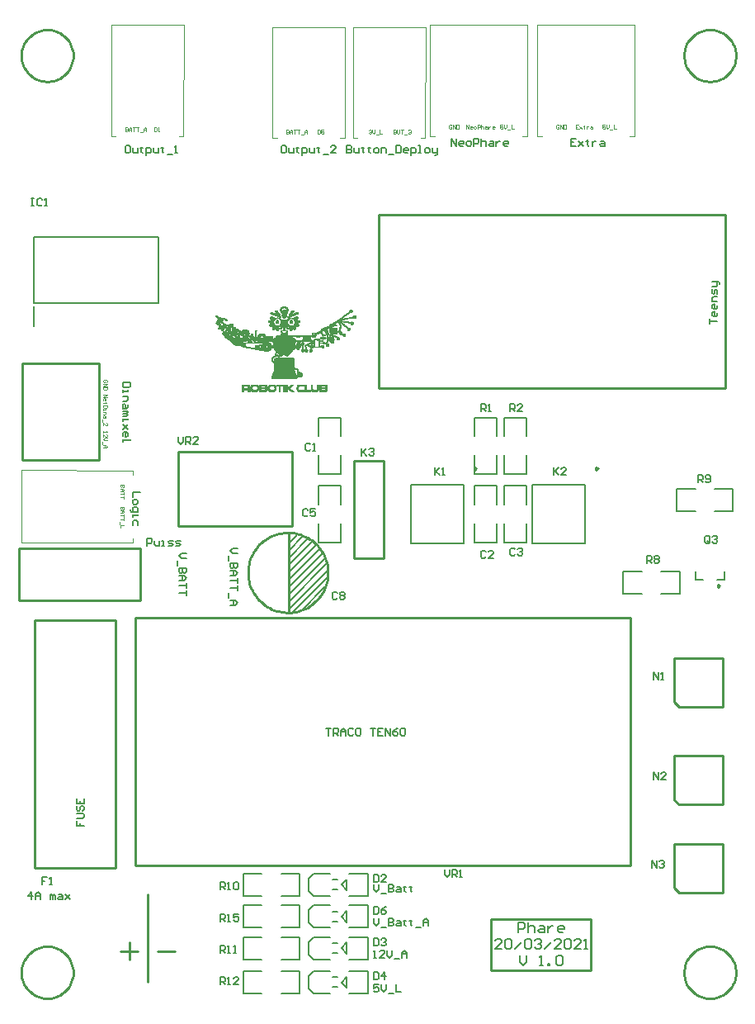
<source format=gto>
G04 Layer_Color=65535*
%FSLAX25Y25*%
%MOIN*%
G70*
G01*
G75*
%ADD16C,0.00984*%
%ADD39C,0.01000*%
%ADD40C,0.00787*%
%ADD41C,0.00394*%
%ADD42C,0.00500*%
%ADD43C,0.00591*%
%ADD44C,0.00100*%
%ADD45C,0.00800*%
%ADD46C,0.00300*%
D16*
X271555Y156102D02*
X270817Y156529D01*
Y155676D01*
X271555Y156102D01*
X222441Y203445D02*
X221703Y203871D01*
Y203019D01*
X222441Y203445D01*
X173228D02*
X172490Y203871D01*
Y203019D01*
X173228Y203445D01*
D39*
X10472Y0D02*
X10425Y996D01*
X10283Y1982D01*
X10048Y2950D01*
X9722Y3892D01*
X9308Y4799D01*
X8810Y5662D01*
X8232Y6474D01*
X7579Y7227D01*
X6858Y7914D01*
X6075Y8531D01*
X5236Y9069D01*
X4350Y9526D01*
X3425Y9896D01*
X2469Y10177D01*
X1490Y10366D01*
X498Y10461D01*
X-498D01*
X-1490Y10366D01*
X-2469Y10177D01*
X-3425Y9896D01*
X-4350Y9526D01*
X-5236Y9069D01*
X-6075Y8531D01*
X-6858Y7914D01*
X-7579Y7227D01*
X-8232Y6474D01*
X-8810Y5662D01*
X-9308Y4799D01*
X-9722Y3892D01*
X-10048Y2950D01*
X-10283Y1982D01*
X-10425Y996D01*
X-10472Y0D01*
X-10425Y-996D01*
X-10283Y-1982D01*
X-10048Y-2950D01*
X-9722Y-3892D01*
X-9308Y-4799D01*
X-8810Y-5662D01*
X-8232Y-6474D01*
X-7579Y-7227D01*
X-6858Y-7914D01*
X-6075Y-8531D01*
X-5236Y-9069D01*
X-4350Y-9526D01*
X-3425Y-9896D01*
X-2469Y-10177D01*
X-1490Y-10366D01*
X-498Y-10461D01*
X498D01*
X1490Y-10366D01*
X2469Y-10177D01*
X3425Y-9896D01*
X4350Y-9526D01*
X5236Y-9069D01*
X6075Y-8531D01*
X6858Y-7914D01*
X7579Y-7227D01*
X8232Y-6474D01*
X8810Y-5662D01*
X9308Y-4799D01*
X9722Y-3892D01*
X10048Y-2950D01*
X10283Y-1982D01*
X10425Y-995D01*
X10472Y0D01*
X278189D02*
X278142Y996D01*
X278000Y1982D01*
X277765Y2950D01*
X277439Y3892D01*
X277025Y4799D01*
X276526Y5662D01*
X275948Y6474D01*
X275296Y7227D01*
X274574Y7914D01*
X273791Y8531D01*
X272953Y9069D01*
X272067Y9526D01*
X271142Y9896D01*
X270185Y10177D01*
X269207Y10366D01*
X268215Y10461D01*
X267218D01*
X266226Y10366D01*
X265248Y10177D01*
X264291Y9896D01*
X263366Y9526D01*
X262480Y9069D01*
X261642Y8531D01*
X260859Y7914D01*
X260137Y7227D01*
X259485Y6474D01*
X258907Y5662D01*
X258408Y4799D01*
X257994Y3892D01*
X257668Y2950D01*
X257433Y1982D01*
X257292Y996D01*
X257244Y0D01*
X257292Y-996D01*
X257433Y-1982D01*
X257668Y-2950D01*
X257994Y-3892D01*
X258408Y-4799D01*
X258907Y-5662D01*
X259485Y-6474D01*
X260137Y-7227D01*
X260858Y-7914D01*
X261642Y-8531D01*
X262480Y-9069D01*
X263366Y-9526D01*
X264291Y-9896D01*
X265248Y-10177D01*
X266226Y-10366D01*
X267218Y-10461D01*
X268215D01*
X269207Y-10366D01*
X270185Y-10177D01*
X271142Y-9896D01*
X272067Y-9526D01*
X272953Y-9069D01*
X273791Y-8531D01*
X274574Y-7914D01*
X275296Y-7227D01*
X275949Y-6474D01*
X276526Y-5662D01*
X277025Y-4799D01*
X277439Y-3892D01*
X277765Y-2950D01*
X278000Y-1982D01*
X278142Y-995D01*
X278189Y0D01*
Y370079D02*
X278142Y371074D01*
X278000Y372061D01*
X277765Y373029D01*
X277439Y373971D01*
X277025Y374878D01*
X276526Y375741D01*
X275948Y376552D01*
X275296Y377306D01*
X274574Y377993D01*
X273791Y378609D01*
X272953Y379148D01*
X272067Y379605D01*
X271142Y379975D01*
X270185Y380256D01*
X269207Y380445D01*
X268215Y380539D01*
X267218D01*
X266226Y380445D01*
X265248Y380256D01*
X264291Y379975D01*
X263366Y379605D01*
X262480Y379148D01*
X261642Y378609D01*
X260859Y377993D01*
X260137Y377306D01*
X259485Y376552D01*
X258907Y375741D01*
X258408Y374878D01*
X257994Y373971D01*
X257668Y373029D01*
X257433Y372061D01*
X257292Y371074D01*
X257244Y370079D01*
X257292Y369083D01*
X257433Y368097D01*
X257668Y367128D01*
X257994Y366186D01*
X258408Y365280D01*
X258907Y364417D01*
X259485Y363605D01*
X260137Y362852D01*
X260858Y362164D01*
X261642Y361548D01*
X262480Y361009D01*
X263366Y360553D01*
X264291Y360182D01*
X265248Y359901D01*
X266226Y359713D01*
X267218Y359618D01*
X268215D01*
X269207Y359713D01*
X270185Y359901D01*
X271142Y360182D01*
X272067Y360553D01*
X272953Y361009D01*
X273791Y361548D01*
X274574Y362164D01*
X275296Y362852D01*
X275949Y363605D01*
X276526Y364417D01*
X277025Y365280D01*
X277439Y366186D01*
X277765Y367128D01*
X278000Y368097D01*
X278142Y369083D01*
X278189Y370079D01*
X10472D02*
X10425Y371074D01*
X10283Y372061D01*
X10048Y373029D01*
X9722Y373971D01*
X9308Y374878D01*
X8810Y375741D01*
X8232Y376552D01*
X7579Y377306D01*
X6858Y377993D01*
X6075Y378609D01*
X5236Y379148D01*
X4350Y379605D01*
X3425Y379975D01*
X2469Y380256D01*
X1490Y380445D01*
X498Y380539D01*
X-498D01*
X-1490Y380445D01*
X-2469Y380256D01*
X-3425Y379975D01*
X-4350Y379605D01*
X-5236Y379148D01*
X-6075Y378609D01*
X-6858Y377993D01*
X-7579Y377306D01*
X-8232Y376552D01*
X-8810Y375741D01*
X-9308Y374878D01*
X-9722Y373971D01*
X-10048Y373029D01*
X-10283Y372061D01*
X-10425Y371074D01*
X-10472Y370079D01*
X-10425Y369083D01*
X-10283Y368097D01*
X-10048Y367128D01*
X-9722Y366186D01*
X-9308Y365280D01*
X-8810Y364417D01*
X-8232Y363605D01*
X-7579Y362852D01*
X-6858Y362164D01*
X-6075Y361548D01*
X-5236Y361009D01*
X-4350Y360553D01*
X-3425Y360182D01*
X-2469Y359901D01*
X-1490Y359713D01*
X-498Y359618D01*
X498D01*
X1490Y359713D01*
X2469Y359901D01*
X3425Y360182D01*
X4350Y360553D01*
X5236Y361009D01*
X6075Y361548D01*
X6858Y362164D01*
X7579Y362852D01*
X8232Y363605D01*
X8810Y364417D01*
X9308Y365280D01*
X9722Y366186D01*
X10048Y367128D01*
X10283Y368097D01*
X10425Y369083D01*
X10472Y370079D01*
X113386Y161417D02*
X113355Y162421D01*
X113261Y163420D01*
X113105Y164412D01*
X112889Y165393D01*
X112611Y166358D01*
X112274Y167303D01*
X111879Y168227D01*
X111428Y169123D01*
X110921Y169990D01*
X110362Y170824D01*
X109752Y171621D01*
X109093Y172379D01*
X108389Y173094D01*
X107641Y173765D01*
X106853Y174387D01*
X106028Y174960D01*
X105170Y175479D01*
X104280Y175945D01*
X103363Y176354D01*
X102423Y176706D01*
X101462Y176998D01*
X100486Y177230D01*
X99496Y177401D01*
X98498Y177510D01*
X97495Y177557D01*
X96491Y177541D01*
X95490Y177463D01*
X94496Y177323D01*
X93512Y177122D01*
X92543Y176859D01*
X91592Y176537D01*
X90663Y176157D01*
X89760Y175719D01*
X88885Y175226D01*
X88043Y174680D01*
X87236Y174082D01*
X86468Y173435D01*
X85742Y172742D01*
X85060Y172005D01*
X84425Y171227D01*
X83840Y170411D01*
X83307Y169561D01*
X82828Y168678D01*
X82404Y167768D01*
X82038Y166833D01*
X81731Y165877D01*
X81484Y164904D01*
X81297Y163918D01*
X81173Y162921D01*
X81110Y161919D01*
Y160915D01*
X81173Y159913D01*
X81297Y158917D01*
X81484Y157930D01*
X81731Y156957D01*
X82038Y156001D01*
X82404Y155067D01*
X82828Y154156D01*
X83307Y153274D01*
X83840Y152423D01*
X84425Y151607D01*
X85060Y150830D01*
X85742Y150092D01*
X86468Y149399D01*
X87236Y148753D01*
X88043Y148155D01*
X88885Y147608D01*
X89760Y147116D01*
X90663Y146678D01*
X91593Y146297D01*
X92543Y145975D01*
X93512Y145713D01*
X94496Y145511D01*
X95490Y145371D01*
X96491Y145293D01*
X97495Y145278D01*
X98498Y145324D01*
X99496Y145433D01*
X100486Y145604D01*
X101462Y145836D01*
X102423Y146129D01*
X103363Y146480D01*
X104280Y146890D01*
X105170Y147355D01*
X106028Y147875D01*
X106853Y148448D01*
X107641Y149070D01*
X108389Y149740D01*
X109093Y150456D01*
X109752Y151214D01*
X110362Y152011D01*
X110921Y152845D01*
X111428Y153712D01*
X111879Y154608D01*
X112274Y155531D01*
X112611Y156477D01*
X112889Y157442D01*
X113105Y158422D01*
X113261Y159414D01*
X113355Y160414D01*
X113386Y161417D01*
X52913Y180315D02*
X98976D01*
X52913Y180315D02*
Y210236D01*
Y210236D02*
X98976D01*
Y180315D02*
Y210236D01*
X40689Y-3811D02*
Y31689D01*
X44689Y8689D02*
X51689D01*
X33189Y5189D02*
Y12189D01*
X29689Y8689D02*
X36689D01*
X20866Y206890D02*
Y245866D01*
X-10236Y206890D02*
X20866D01*
X-10236D02*
Y245866D01*
X20866D01*
X-11311Y150059D02*
Y171319D01*
X37508D01*
X9949D02*
X37508D01*
X-11311Y150059D02*
X37508D01*
Y171319D01*
X-4921Y42244D02*
X27559D01*
Y142244D01*
X-4921D02*
X27559D01*
X-4921Y42244D02*
Y142244D01*
X255118Y32283D02*
X272835D01*
X253150Y34252D02*
X255118Y32283D01*
X253150Y34252D02*
Y51968D01*
X272835D01*
Y32283D02*
Y51968D01*
X255118Y67716D02*
X272835D01*
X253150Y69685D02*
X255118Y67716D01*
X253150Y69685D02*
Y87402D01*
X272835D01*
Y67716D02*
Y87402D01*
X255118Y107087D02*
X272835D01*
X253150Y109055D02*
X255118Y107087D01*
X253150Y109055D02*
Y126772D01*
X272835D01*
Y107087D02*
Y126772D01*
X124016Y167323D02*
Y206693D01*
X135827D01*
Y167323D02*
Y206693D01*
X124016Y167323D02*
X135827D01*
X97441Y145669D02*
Y177165D01*
Y170276D02*
X97441D01*
X273976Y236024D02*
Y306024D01*
X133976Y236024D02*
X273976D01*
X133976D02*
Y306024D01*
X273976D01*
X35689Y43189D02*
Y143189D01*
Y43189D02*
X235689D01*
Y143189D01*
X35689D02*
X235689D01*
X179134Y984D02*
Y21654D01*
Y984D02*
X219488D01*
Y21654D01*
X179134D02*
X219488D01*
D40*
X193476Y216488D02*
Y223988D01*
X184476D02*
X193476D01*
X184476Y216488D02*
Y223988D01*
X193476Y201209D02*
Y208709D01*
X184476Y201209D02*
X193476D01*
X184476D02*
Y208709D01*
X181665Y216488D02*
Y223988D01*
X172665D02*
X181665D01*
X172665Y216488D02*
Y223988D01*
X181665Y201209D02*
Y208709D01*
X172665Y201209D02*
X181665D01*
X172665D02*
Y208709D01*
X-5512Y270079D02*
Y296850D01*
X44882D01*
Y270079D02*
Y296850D01*
X-5512Y270079D02*
X44882D01*
X-5472Y261024D02*
Y268701D01*
X109673Y173650D02*
Y181150D01*
Y173650D02*
X118673D01*
Y181150D01*
X109673Y188929D02*
Y196429D01*
X118673D01*
Y188929D02*
Y196429D01*
X172665Y173650D02*
Y181150D01*
Y173650D02*
X181665D01*
Y181150D01*
X172665Y188929D02*
Y196429D01*
X181665D01*
Y188929D02*
Y196429D01*
X109673Y201209D02*
Y208709D01*
Y201209D02*
X118673D01*
Y208709D01*
X109673Y216488D02*
Y223988D01*
X118673D01*
Y216488D02*
Y223988D01*
X94441Y-8437D02*
X101941D01*
Y563D01*
X94441D02*
X101941D01*
X79161Y-8437D02*
X86661D01*
X79161D02*
Y563D01*
X86661D01*
X94441Y5342D02*
X101941D01*
Y14343D01*
X94441D02*
X101941D01*
X79161Y5342D02*
X86661D01*
X79161D02*
Y14343D01*
X86661D01*
X94441Y18138D02*
X101941D01*
Y27138D01*
X94441D02*
X101941D01*
X79161Y18138D02*
X86661D01*
X79161D02*
Y27138D01*
X86661D01*
X94441Y30933D02*
X101941D01*
Y39933D01*
X94441D02*
X101941D01*
X79161Y30933D02*
X86661D01*
X79161D02*
Y39933D01*
X86661D01*
X247984Y152980D02*
X255484D01*
Y161980D01*
X247984D02*
X255484D01*
X232705Y152980D02*
X240205D01*
X232705D02*
Y161980D01*
X240205D01*
X254299Y195189D02*
X261799D01*
X254299Y186189D02*
Y195189D01*
Y186189D02*
X261799D01*
X269579Y195189D02*
X277079D01*
Y186189D02*
Y195189D01*
X269579Y186189D02*
X277079D01*
X273622Y158661D02*
Y161811D01*
X270472Y158661D02*
X273622D01*
X261811D02*
Y161811D01*
Y158661D02*
X264961D01*
X196063Y196850D02*
X217323D01*
Y173228D02*
Y196850D01*
X196063Y173228D02*
X217323D01*
X196063D02*
Y196850D01*
X184476Y173650D02*
Y181150D01*
Y173650D02*
X193476D01*
Y181150D01*
X184476Y188929D02*
Y196429D01*
X193476D01*
Y188929D02*
Y196429D01*
X146850Y196850D02*
X168110D01*
Y173228D02*
Y196850D01*
X146850Y173228D02*
X168110D01*
X146850D02*
Y196850D01*
X122000Y30933D02*
X129500D01*
Y39933D01*
X122000D02*
X129500D01*
X107500Y30933D02*
X114220D01*
X107500Y39933D02*
X114220D01*
X105500Y32933D02*
Y37933D01*
Y32933D02*
X107500Y30933D01*
X105500Y37933D02*
X107500Y39933D01*
X122000Y18138D02*
X129500D01*
Y27138D01*
X122000D02*
X129500D01*
X107500Y18138D02*
X114220D01*
X107500Y27138D02*
X114220D01*
X105500Y20138D02*
Y25138D01*
Y20138D02*
X107500Y18138D01*
X105500Y25138D02*
X107500Y27138D01*
X122000Y5342D02*
X129500D01*
Y14343D01*
X122000D02*
X129500D01*
X107500Y5342D02*
X114220D01*
X107500Y14343D02*
X114220D01*
X105500Y7343D02*
Y12342D01*
Y7343D02*
X107500Y5342D01*
X105500Y12342D02*
X107500Y14343D01*
X122000Y-8437D02*
X129500D01*
Y563D01*
X122000D02*
X129500D01*
X107500Y-8437D02*
X114220D01*
X107500Y563D02*
X114220D01*
X105500Y-6437D02*
Y-1437D01*
Y-6437D02*
X107500Y-8437D01*
X105500Y-1437D02*
X107500Y563D01*
D41*
X34575Y200905D02*
Y202677D01*
X-10311Y202881D02*
X34575Y202677D01*
X-10311Y173543D02*
Y202881D01*
Y173543D02*
X34575D01*
Y175315D01*
X235394Y337571D02*
X237165D01*
X237369Y382457D01*
X198031D02*
X237369D01*
X198031Y337571D02*
Y382457D01*
Y337571D02*
X199803D01*
X192087D02*
X193858D01*
X194062Y382457D01*
X154724D02*
X194062D01*
X154724Y337571D02*
Y382457D01*
Y337571D02*
X156496D01*
X123543Y336803D02*
X125315D01*
X123543D02*
Y381689D01*
X152881D01*
X152677Y336803D02*
X152881Y381689D01*
X150906Y336803D02*
X152677D01*
X25787Y337571D02*
X27559D01*
X25787D02*
Y382457D01*
X55125D01*
X54921Y337571D02*
X55125Y382457D01*
X53150Y337571D02*
X54921D01*
X91043Y336803D02*
X92815D01*
X91043D02*
Y381689D01*
X120381D01*
X120177Y336803D02*
X120381Y381689D01*
X118405Y336803D02*
X120177D01*
D42*
X97441Y170276D02*
X103347Y176181D01*
X97441Y167323D02*
X105315Y175197D01*
X97441Y164370D02*
X107283Y174213D01*
X97441Y161417D02*
X108496Y172473D01*
X97441Y158465D02*
X109972Y170996D01*
X97441Y155512D02*
X111199Y169270D01*
X97441Y152559D02*
X112175Y167293D01*
X97441Y149606D02*
X112652Y164817D01*
X97441Y146653D02*
X113128Y162341D01*
X99104Y145364D02*
X113104Y159364D01*
X97441Y173228D02*
X100886Y176673D01*
X102551Y145917D02*
X112051Y155417D01*
X118760Y35383D02*
X121037Y37659D01*
X118760Y35383D02*
X121063Y33080D01*
X118760Y22588D02*
X121037Y24864D01*
X118760Y22588D02*
X121063Y20285D01*
X118760Y9792D02*
X121037Y12069D01*
X118760Y9792D02*
X121063Y7490D01*
X118760Y-3987D02*
X121037Y-1711D01*
X118760Y-3987D02*
X121063Y-6290D01*
X112684Y98687D02*
X114683D01*
X113683D01*
Y95688D01*
X115683D02*
Y98687D01*
X117182D01*
X117682Y98188D01*
Y97188D01*
X117182Y96688D01*
X115683D01*
X116683D02*
X117682Y95688D01*
X118682D02*
Y97688D01*
X119682Y98687D01*
X120681Y97688D01*
Y95688D01*
Y97188D01*
X118682D01*
X123680Y98188D02*
X123180Y98687D01*
X122181D01*
X121681Y98188D01*
Y96188D01*
X122181Y95688D01*
X123180D01*
X123680Y96188D01*
X126179Y98687D02*
X125180D01*
X124680Y98188D01*
Y96188D01*
X125180Y95688D01*
X126179D01*
X126679Y96188D01*
Y98188D01*
X126179Y98687D01*
X130678D02*
X132677D01*
X131678D01*
Y95688D01*
X135676Y98687D02*
X133677D01*
Y95688D01*
X135676D01*
X133677Y97188D02*
X134677D01*
X136676Y95688D02*
Y98687D01*
X138675Y95688D01*
Y98687D01*
X141674D02*
X140675Y98188D01*
X139675Y97188D01*
Y96188D01*
X140175Y95688D01*
X141175D01*
X141674Y96188D01*
Y96688D01*
X141175Y97188D01*
X139675D01*
X142674Y98188D02*
X143174Y98687D01*
X144174D01*
X144674Y98188D01*
Y96188D01*
X144174Y95688D01*
X143174D01*
X142674Y96188D01*
Y98188D01*
X52943Y216241D02*
Y214241D01*
X53942Y213242D01*
X54942Y214241D01*
Y216241D01*
X55942Y213242D02*
Y216241D01*
X57441D01*
X57941Y215741D01*
Y214741D01*
X57441Y214241D01*
X55942D01*
X56941D02*
X57941Y213242D01*
X60940D02*
X58941D01*
X60940Y215241D01*
Y215741D01*
X60440Y216241D01*
X59440D01*
X58941Y215741D01*
X160433Y41385D02*
Y39386D01*
X161433Y38386D01*
X162432Y39386D01*
Y41385D01*
X163432Y38386D02*
Y41385D01*
X164932D01*
X165431Y40885D01*
Y39885D01*
X164932Y39386D01*
X163432D01*
X164432D02*
X165431Y38386D01*
X166431D02*
X167431D01*
X166931D01*
Y41385D01*
X166431Y40885D01*
X267670Y261811D02*
Y263810D01*
Y262811D01*
X270669D01*
Y266310D02*
Y265310D01*
X270169Y264810D01*
X269170D01*
X268670Y265310D01*
Y266310D01*
X269170Y266809D01*
X269670D01*
Y264810D01*
X270669Y269309D02*
Y268309D01*
X270169Y267809D01*
X269170D01*
X268670Y268309D01*
Y269309D01*
X269170Y269808D01*
X269670D01*
Y267809D01*
X270669Y270808D02*
X268670D01*
Y272308D01*
X269170Y272808D01*
X270669D01*
Y273807D02*
Y275307D01*
X270169Y275806D01*
X269670Y275307D01*
Y274307D01*
X269170Y273807D01*
X268670Y274307D01*
Y275806D01*
Y276806D02*
X270169D01*
X270669Y277306D01*
Y278805D01*
X271169D01*
X271669Y278306D01*
Y277806D01*
X270669Y278805D02*
X268670D01*
X69882Y-4921D02*
Y-1922D01*
X71381D01*
X71881Y-2422D01*
Y-3422D01*
X71381Y-3922D01*
X69882D01*
X70882D02*
X71881Y-4921D01*
X72881D02*
X73881D01*
X73381D01*
Y-1922D01*
X72881Y-2422D01*
X77380Y-4921D02*
X75380D01*
X77380Y-2922D01*
Y-2422D01*
X76880Y-1922D01*
X75880D01*
X75380Y-2422D01*
X69882Y7874D02*
Y10873D01*
X71381D01*
X71881Y10373D01*
Y9374D01*
X71381Y8874D01*
X69882D01*
X70882D02*
X71881Y7874D01*
X72881D02*
X73881D01*
X73381D01*
Y10873D01*
X72881Y10373D01*
X75380Y7874D02*
X76380D01*
X75880D01*
Y10873D01*
X75380Y10373D01*
X69882Y20669D02*
Y23668D01*
X71381D01*
X71881Y23168D01*
Y22169D01*
X71381Y21669D01*
X69882D01*
X70882D02*
X71881Y20669D01*
X72881D02*
X73881D01*
X73381D01*
Y23668D01*
X72881Y23168D01*
X77380Y23668D02*
X75380D01*
Y22169D01*
X76380Y22669D01*
X76880D01*
X77380Y22169D01*
Y21169D01*
X76880Y20669D01*
X75880D01*
X75380Y21169D01*
X69882Y33465D02*
Y36464D01*
X71381D01*
X71881Y35964D01*
Y34964D01*
X71381Y34464D01*
X69882D01*
X70882D02*
X71881Y33465D01*
X72881D02*
X73881D01*
X73381D01*
Y36464D01*
X72881Y35964D01*
X75380D02*
X75880Y36464D01*
X76880D01*
X77380Y35964D01*
Y33964D01*
X76880Y33465D01*
X75880D01*
X75380Y33964D01*
Y35964D01*
X262795Y197835D02*
Y200834D01*
X264295D01*
X264795Y200334D01*
Y199334D01*
X264295Y198834D01*
X262795D01*
X263795D02*
X264795Y197835D01*
X265794Y198335D02*
X266294Y197835D01*
X267294D01*
X267794Y198335D01*
Y200334D01*
X267294Y200834D01*
X266294D01*
X265794Y200334D01*
Y199834D01*
X266294Y199334D01*
X267794D01*
X242126Y165354D02*
Y168353D01*
X243625D01*
X244125Y167853D01*
Y166854D01*
X243625Y166354D01*
X242126D01*
X243126D02*
X244125Y165354D01*
X245125Y167853D02*
X245625Y168353D01*
X246624D01*
X247124Y167853D01*
Y167354D01*
X246624Y166854D01*
X247124Y166354D01*
Y165854D01*
X246624Y165354D01*
X245625D01*
X245125Y165854D01*
Y166354D01*
X245625Y166854D01*
X245125Y167354D01*
Y167853D01*
X245625Y166854D02*
X246624D01*
X187008Y226378D02*
Y229377D01*
X188507D01*
X189007Y228877D01*
Y227877D01*
X188507Y227378D01*
X187008D01*
X188007D02*
X189007Y226378D01*
X192006D02*
X190007D01*
X192006Y228377D01*
Y228877D01*
X191506Y229377D01*
X190507D01*
X190007Y228877D01*
X175197Y226378D02*
Y229377D01*
X176696D01*
X177196Y228877D01*
Y227877D01*
X176696Y227378D01*
X175197D01*
X176197D02*
X177196Y226378D01*
X178196D02*
X179196D01*
X178696D01*
Y229377D01*
X178196Y228877D01*
X267747Y173728D02*
Y175727D01*
X267248Y176227D01*
X266248D01*
X265748Y175727D01*
Y173728D01*
X266248Y173228D01*
X267248D01*
X266748Y174228D02*
X267747Y173228D01*
X267248D02*
X267747Y173728D01*
X268747Y175727D02*
X269247Y176227D01*
X270247D01*
X270746Y175727D01*
Y175228D01*
X270247Y174728D01*
X269747D01*
X270247D01*
X270746Y174228D01*
Y173728D01*
X270247Y173228D01*
X269247D01*
X268747Y173728D01*
X40354Y172244D02*
Y175243D01*
X41854D01*
X42354Y174743D01*
Y173744D01*
X41854Y173244D01*
X40354D01*
X43353Y174243D02*
Y172744D01*
X43853Y172244D01*
X45353D01*
Y174243D01*
X46352Y172244D02*
X47352D01*
X46852D01*
Y174243D01*
X46352D01*
X48852Y172244D02*
X50351D01*
X50851Y172744D01*
X50351Y173244D01*
X49351D01*
X48852Y173744D01*
X49351Y174243D01*
X50851D01*
X51851Y172244D02*
X53350D01*
X53850Y172744D01*
X53350Y173244D01*
X52350D01*
X51851Y173744D01*
X52350Y174243D01*
X53850D01*
X95988Y333708D02*
X94988D01*
X94488Y333208D01*
Y331208D01*
X94988Y330709D01*
X95988D01*
X96487Y331208D01*
Y333208D01*
X95988Y333708D01*
X97487Y332708D02*
Y331208D01*
X97987Y330709D01*
X99487D01*
Y332708D01*
X100986Y333208D02*
Y332708D01*
X100486D01*
X101486D01*
X100986D01*
Y331208D01*
X101486Y330709D01*
X102985Y329709D02*
Y332708D01*
X104485D01*
X104985Y332208D01*
Y331208D01*
X104485Y330709D01*
X102985D01*
X105984Y332708D02*
Y331208D01*
X106484Y330709D01*
X107984D01*
Y332708D01*
X109483Y333208D02*
Y332708D01*
X108984D01*
X109983D01*
X109483D01*
Y331208D01*
X109983Y330709D01*
X111483Y330209D02*
X113482D01*
X116481Y330709D02*
X114482D01*
X116481Y332708D01*
Y333208D01*
X115981Y333708D01*
X114982D01*
X114482Y333208D01*
X32996Y333708D02*
X31996D01*
X31496Y333208D01*
Y331208D01*
X31996Y330709D01*
X32996D01*
X33495Y331208D01*
Y333208D01*
X32996Y333708D01*
X34495Y332708D02*
Y331208D01*
X34995Y330709D01*
X36494D01*
Y332708D01*
X37994Y333208D02*
Y332708D01*
X37494D01*
X38494D01*
X37994D01*
Y331208D01*
X38494Y330709D01*
X39993Y329709D02*
Y332708D01*
X41493D01*
X41993Y332208D01*
Y331208D01*
X41493Y330709D01*
X39993D01*
X42992Y332708D02*
Y331208D01*
X43492Y330709D01*
X44992D01*
Y332708D01*
X46491Y333208D02*
Y332708D01*
X45991D01*
X46991D01*
X46491D01*
Y331208D01*
X46991Y330709D01*
X48491Y330209D02*
X50490D01*
X51490Y330709D02*
X52489D01*
X51989D01*
Y333708D01*
X51490Y333208D01*
X163386Y333661D02*
Y336660D01*
X165385Y333661D01*
Y336660D01*
X167884Y333661D02*
X166885D01*
X166385Y334161D01*
Y335161D01*
X166885Y335661D01*
X167884D01*
X168384Y335161D01*
Y334661D01*
X166385D01*
X169884Y333661D02*
X170883D01*
X171383Y334161D01*
Y335161D01*
X170883Y335661D01*
X169884D01*
X169384Y335161D01*
Y334161D01*
X169884Y333661D01*
X172383D02*
Y336660D01*
X173882D01*
X174382Y336161D01*
Y335161D01*
X173882Y334661D01*
X172383D01*
X175382Y336660D02*
Y333661D01*
Y335161D01*
X175882Y335661D01*
X176882D01*
X177381Y335161D01*
Y333661D01*
X178881Y335661D02*
X179880D01*
X180380Y335161D01*
Y333661D01*
X178881D01*
X178381Y334161D01*
X178881Y334661D01*
X180380D01*
X181380Y335661D02*
Y333661D01*
Y334661D01*
X181880Y335161D01*
X182380Y335661D01*
X182879D01*
X185879Y333661D02*
X184879D01*
X184379Y334161D01*
Y335161D01*
X184879Y335661D01*
X185879D01*
X186378Y335161D01*
Y334661D01*
X184379D01*
X244094Y42323D02*
Y45322D01*
X246094Y42323D01*
Y45322D01*
X247094Y44822D02*
X247593Y45322D01*
X248593D01*
X249093Y44822D01*
Y44322D01*
X248593Y43822D01*
X248093D01*
X248593D01*
X249093Y43323D01*
Y42823D01*
X248593Y42323D01*
X247593D01*
X247094Y42823D01*
X245079Y77756D02*
Y80755D01*
X247078Y77756D01*
Y80755D01*
X250077Y77756D02*
X248078D01*
X250077Y79755D01*
Y80255D01*
X249577Y80755D01*
X248578D01*
X248078Y80255D01*
X245079Y118110D02*
Y121109D01*
X247078Y118110D01*
Y121109D01*
X248078Y118110D02*
X249077D01*
X248578D01*
Y121109D01*
X248078Y120609D01*
X37448Y193898D02*
X34449D01*
Y191898D01*
Y190399D02*
Y189399D01*
X34949Y188899D01*
X35948D01*
X36448Y189399D01*
Y190399D01*
X35948Y190899D01*
X34949D01*
X34449Y190399D01*
X33449Y186900D02*
Y186400D01*
X33949Y185900D01*
X36448D01*
Y187400D01*
X35948Y187900D01*
X34949D01*
X34449Y187400D01*
Y185900D01*
Y184900D02*
Y183901D01*
Y184401D01*
X36448D01*
Y184900D01*
Y180402D02*
Y181902D01*
X35948Y182401D01*
X34949D01*
X34449Y181902D01*
Y180402D01*
X126969Y211660D02*
Y208661D01*
Y209661D01*
X128968Y211660D01*
X127468Y210161D01*
X128968Y208661D01*
X129967Y211161D02*
X130467Y211660D01*
X131467D01*
X131967Y211161D01*
Y210661D01*
X131467Y210161D01*
X130967D01*
X131467D01*
X131967Y209661D01*
Y209161D01*
X131467Y208661D01*
X130467D01*
X129967Y209161D01*
X204724Y203786D02*
Y200787D01*
Y201787D01*
X206724Y203786D01*
X205224Y202287D01*
X206724Y200787D01*
X209723D02*
X207723D01*
X209723Y202787D01*
Y203287D01*
X209223Y203786D01*
X208223D01*
X207723Y203287D01*
X156496Y203786D02*
Y200787D01*
Y201787D01*
X158495Y203786D01*
X156996Y202287D01*
X158495Y200787D01*
X159495D02*
X160495D01*
X159995D01*
Y203786D01*
X159495Y203287D01*
X-6458Y312441D02*
X-5458D01*
X-5958D01*
Y309442D01*
X-6458D01*
X-5458D01*
X-1959Y311941D02*
X-2459Y312441D01*
X-3458D01*
X-3958Y311941D01*
Y309942D01*
X-3458Y309442D01*
X-2459D01*
X-1959Y309942D01*
X-959Y309442D02*
X40D01*
X-459D01*
Y312441D01*
X-959Y311941D01*
X-6374Y29528D02*
Y32527D01*
X-7874Y31027D01*
X-5875D01*
X-4875Y29528D02*
Y31527D01*
X-3875Y32527D01*
X-2876Y31527D01*
Y29528D01*
Y31027D01*
X-4875D01*
X1123Y29528D02*
Y31527D01*
X1623D01*
X2123Y31027D01*
Y29528D01*
Y31027D01*
X2623Y31527D01*
X3122Y31027D01*
Y29528D01*
X4622Y31527D02*
X5622D01*
X6121Y31027D01*
Y29528D01*
X4622D01*
X4122Y30027D01*
X4622Y30527D01*
X6121D01*
X7121Y31527D02*
X9121Y29528D01*
X8121Y30527D01*
X9121Y31527D01*
X7121Y29528D01*
X31Y38432D02*
X-1969D01*
Y36933D01*
X-969D01*
X-1969D01*
Y35433D01*
X1030D02*
X2030D01*
X1530D01*
Y38432D01*
X1030Y37932D01*
X213614Y336660D02*
X211614D01*
Y333661D01*
X213614D01*
X211614Y335161D02*
X212614D01*
X214613Y335661D02*
X216613Y333661D01*
X215613Y334661D01*
X216613Y335661D01*
X214613Y333661D01*
X218112Y336161D02*
Y335661D01*
X217612D01*
X218612D01*
X218112D01*
Y334161D01*
X218612Y333661D01*
X220111Y335661D02*
Y333661D01*
Y334661D01*
X220611Y335161D01*
X221111Y335661D01*
X221611D01*
X223610D02*
X224610D01*
X225110Y335161D01*
Y333661D01*
X223610D01*
X223110Y334161D01*
X223610Y334661D01*
X225110D01*
X33511Y238189D02*
X30512D01*
Y236689D01*
X31012Y236190D01*
X33011D01*
X33511Y236689D01*
Y238189D01*
X30512Y235190D02*
Y234190D01*
Y234690D01*
X32511D01*
Y235190D01*
X30512Y232691D02*
X32511D01*
Y231191D01*
X32011Y230691D01*
X30512D01*
X32511Y229192D02*
Y228192D01*
X32011Y227692D01*
X30512D01*
Y229192D01*
X31012Y229692D01*
X31512Y229192D01*
Y227692D01*
X30512Y226693D02*
X32511D01*
Y226193D01*
X32011Y225693D01*
X30512D01*
X32011D01*
X32511Y225193D01*
X32011Y224693D01*
X30512D01*
Y223694D02*
Y222694D01*
Y223194D01*
X32511D01*
Y223694D01*
Y221195D02*
X30512Y219195D01*
X31512Y220195D01*
X32511Y219195D01*
X30512Y221195D01*
Y216696D02*
Y217696D01*
X31012Y218195D01*
X32011D01*
X32511Y217696D01*
Y216696D01*
X32011Y216196D01*
X31512D01*
Y218195D01*
X30512Y215196D02*
Y214197D01*
Y214697D01*
X33511D01*
Y215196D01*
X133889Y-4875D02*
X131890D01*
Y-6374D01*
X132889Y-5875D01*
X133389D01*
X133889Y-6374D01*
Y-7374D01*
X133389Y-7874D01*
X132390D01*
X131890Y-7374D01*
X134889Y-4875D02*
Y-6874D01*
X135889Y-7874D01*
X136888Y-6874D01*
Y-4875D01*
X137888Y-8374D02*
X139887D01*
X140887Y-4875D02*
Y-7874D01*
X142886D01*
X131890Y46D02*
Y-2953D01*
X133389D01*
X133889Y-2453D01*
Y-454D01*
X133389Y46D01*
X131890D01*
X136388Y-2953D02*
Y46D01*
X134889Y-1453D01*
X136888D01*
X131890Y5906D02*
X132889D01*
X132390D01*
Y8905D01*
X131890Y8405D01*
X136388Y5906D02*
X134389D01*
X136388Y7905D01*
Y8405D01*
X135889Y8905D01*
X134889D01*
X134389Y8405D01*
X137388Y8905D02*
Y6905D01*
X138388Y5906D01*
X139387Y6905D01*
Y8905D01*
X140387Y5406D02*
X142386D01*
X143386Y5906D02*
Y7905D01*
X144386Y8905D01*
X145385Y7905D01*
Y5906D01*
Y7405D01*
X143386D01*
X131890Y13826D02*
Y10827D01*
X133389D01*
X133889Y11327D01*
Y13326D01*
X133389Y13826D01*
X131890D01*
X134889Y13326D02*
X135389Y13826D01*
X136388D01*
X136888Y13326D01*
Y12826D01*
X136388Y12326D01*
X135889D01*
X136388D01*
X136888Y11826D01*
Y11327D01*
X136388Y10827D01*
X135389D01*
X134889Y11327D01*
X131890Y35479D02*
Y33480D01*
X132889Y32480D01*
X133889Y33480D01*
Y35479D01*
X134889Y31980D02*
X136888D01*
X137888Y35479D02*
Y32480D01*
X139387D01*
X139887Y32980D01*
Y33480D01*
X139387Y33980D01*
X137888D01*
X139387D01*
X139887Y34480D01*
Y34980D01*
X139387Y35479D01*
X137888D01*
X141387Y34480D02*
X142386D01*
X142886Y33980D01*
Y32480D01*
X141387D01*
X140887Y32980D01*
X141387Y33480D01*
X142886D01*
X144386Y34980D02*
Y34480D01*
X143886D01*
X144886D01*
X144386D01*
Y32980D01*
X144886Y32480D01*
X146885Y34980D02*
Y34480D01*
X146385D01*
X147385D01*
X146885D01*
Y32980D01*
X147385Y32480D01*
X131890Y39416D02*
Y36417D01*
X133389D01*
X133889Y36917D01*
Y38917D01*
X133389Y39416D01*
X131890D01*
X136888Y36417D02*
X134889D01*
X136888Y38417D01*
Y38917D01*
X136388Y39416D01*
X135389D01*
X134889Y38917D01*
X131890Y21700D02*
Y19701D01*
X132889Y18701D01*
X133889Y19701D01*
Y21700D01*
X134889Y18201D02*
X136888D01*
X137888Y21700D02*
Y18701D01*
X139387D01*
X139887Y19201D01*
Y19701D01*
X139387Y20200D01*
X137888D01*
X139387D01*
X139887Y20700D01*
Y21200D01*
X139387Y21700D01*
X137888D01*
X141387Y20700D02*
X142386D01*
X142886Y20200D01*
Y18701D01*
X141387D01*
X140887Y19201D01*
X141387Y19701D01*
X142886D01*
X144386Y21200D02*
Y20700D01*
X143886D01*
X144886D01*
X144386D01*
Y19201D01*
X144886Y18701D01*
X146885Y21200D02*
Y20700D01*
X146385D01*
X147385D01*
X146885D01*
Y19201D01*
X147385Y18701D01*
X148884Y18201D02*
X150884D01*
X151883Y18701D02*
Y20700D01*
X152883Y21700D01*
X153883Y20700D01*
Y18701D01*
Y20200D01*
X151883D01*
X131890Y26621D02*
Y23622D01*
X133389D01*
X133889Y24122D01*
Y26121D01*
X133389Y26621D01*
X131890D01*
X136888D02*
X135889Y26121D01*
X134889Y25122D01*
Y24122D01*
X135389Y23622D01*
X136388D01*
X136888Y24122D01*
Y24622D01*
X136388Y25122D01*
X134889D01*
X117157Y153090D02*
X116657Y153590D01*
X115657D01*
X115157Y153090D01*
Y151090D01*
X115657Y150591D01*
X116657D01*
X117157Y151090D01*
X118157Y153090D02*
X118656Y153590D01*
X119656D01*
X120156Y153090D01*
Y152590D01*
X119656Y152090D01*
X120156Y151590D01*
Y151090D01*
X119656Y150591D01*
X118656D01*
X118157Y151090D01*
Y151590D01*
X118656Y152090D01*
X118157Y152590D01*
Y153090D01*
X118656Y152090D02*
X119656D01*
X105346Y186554D02*
X104846Y187054D01*
X103846D01*
X103347Y186554D01*
Y184555D01*
X103846Y184055D01*
X104846D01*
X105346Y184555D01*
X108345Y187054D02*
X106345D01*
Y185555D01*
X107345Y186055D01*
X107845D01*
X108345Y185555D01*
Y184555D01*
X107845Y184055D01*
X106845D01*
X106345Y184555D01*
X189007Y170806D02*
X188507Y171306D01*
X187508D01*
X187008Y170806D01*
Y168807D01*
X187508Y168307D01*
X188507D01*
X189007Y168807D01*
X190007Y170806D02*
X190507Y171306D01*
X191506D01*
X192006Y170806D01*
Y170306D01*
X191506Y169807D01*
X191007D01*
X191506D01*
X192006Y169307D01*
Y168807D01*
X191506Y168307D01*
X190507D01*
X190007Y168807D01*
X177196Y169822D02*
X176696Y170322D01*
X175697D01*
X175197Y169822D01*
Y167823D01*
X175697Y167323D01*
X176696D01*
X177196Y167823D01*
X180195Y167323D02*
X178196D01*
X180195Y169322D01*
Y169822D01*
X179695Y170322D01*
X178696D01*
X178196Y169822D01*
X106330Y213129D02*
X105830Y213629D01*
X104831D01*
X104331Y213129D01*
Y211130D01*
X104831Y210630D01*
X105830D01*
X106330Y211130D01*
X107330Y210630D02*
X108329D01*
X107830D01*
Y213629D01*
X107330Y213129D01*
X121063Y333708D02*
Y330709D01*
X122563D01*
X123062Y331208D01*
Y331708D01*
X122563Y332208D01*
X121063D01*
X122563D01*
X123062Y332708D01*
Y333208D01*
X122563Y333708D01*
X121063D01*
X124062Y332708D02*
Y331208D01*
X124562Y330709D01*
X126061D01*
Y332708D01*
X127561Y333208D02*
Y332708D01*
X127061D01*
X128061D01*
X127561D01*
Y331208D01*
X128061Y330709D01*
X130060Y333208D02*
Y332708D01*
X129560D01*
X130560D01*
X130060D01*
Y331208D01*
X130560Y330709D01*
X132559D02*
X133559D01*
X134059Y331208D01*
Y332208D01*
X133559Y332708D01*
X132559D01*
X132059Y332208D01*
Y331208D01*
X132559Y330709D01*
X135058D02*
Y332708D01*
X136558D01*
X137058Y332208D01*
Y330709D01*
X138057Y330209D02*
X140057D01*
X141057Y333708D02*
Y330709D01*
X142556D01*
X143056Y331208D01*
Y333208D01*
X142556Y333708D01*
X141057D01*
X145555Y330709D02*
X144555D01*
X144055Y331208D01*
Y332208D01*
X144555Y332708D01*
X145555D01*
X146055Y332208D01*
Y331708D01*
X144055D01*
X147055Y329709D02*
Y332708D01*
X148554D01*
X149054Y332208D01*
Y331208D01*
X148554Y330709D01*
X147055D01*
X150054D02*
X151053D01*
X150553D01*
Y333708D01*
X150054D01*
X153053Y330709D02*
X154052D01*
X154552Y331208D01*
Y332208D01*
X154052Y332708D01*
X153053D01*
X152553Y332208D01*
Y331208D01*
X153053Y330709D01*
X155552Y332708D02*
Y331208D01*
X156052Y330709D01*
X157551D01*
Y330209D01*
X157051Y329709D01*
X156552D01*
X157551Y330709D02*
Y332708D01*
X11812Y61243D02*
Y59244D01*
X13311D01*
Y60244D01*
Y59244D01*
X14811D01*
X11812Y62243D02*
X14311D01*
X14811Y62743D01*
Y63743D01*
X14311Y64243D01*
X11812D01*
X12312Y67242D02*
X11812Y66742D01*
Y65742D01*
X12312Y65242D01*
X12812D01*
X13311Y65742D01*
Y66742D01*
X13811Y67242D01*
X14311D01*
X14811Y66742D01*
Y65742D01*
X14311Y65242D01*
X11812Y70240D02*
Y68241D01*
X14811D01*
Y70240D01*
X13311Y68241D02*
Y69241D01*
X56149Y169291D02*
X54149D01*
X53150Y168292D01*
X54149Y167292D01*
X56149D01*
X52650Y166292D02*
Y164293D01*
X56149Y163293D02*
X53150D01*
Y161794D01*
X53649Y161294D01*
X54149D01*
X54649Y161794D01*
Y163293D01*
Y161794D01*
X55149Y161294D01*
X55649D01*
X56149Y161794D01*
Y163293D01*
X53150Y160294D02*
X55149D01*
X56149Y159295D01*
X55149Y158295D01*
X53150D01*
X54649D01*
Y160294D01*
X56149Y157295D02*
Y155296D01*
Y156296D01*
X53150D01*
X56149Y154296D02*
Y152297D01*
Y153296D01*
X53150D01*
X76818Y171260D02*
X74819D01*
X73819Y170260D01*
X74819Y169261D01*
X76818D01*
X73319Y168261D02*
Y166261D01*
X76818Y165262D02*
X73819D01*
Y163762D01*
X74319Y163262D01*
X74819D01*
X75318Y163762D01*
Y165262D01*
Y163762D01*
X75818Y163262D01*
X76318D01*
X76818Y163762D01*
Y165262D01*
X73819Y162263D02*
X75818D01*
X76818Y161263D01*
X75818Y160263D01*
X73819D01*
X75318D01*
Y162263D01*
X76818Y159264D02*
Y157264D01*
Y158264D01*
X73819D01*
X76818Y156265D02*
Y154265D01*
Y155265D01*
X73819D01*
X73319Y153266D02*
Y151266D01*
X73819Y150267D02*
X75818D01*
X76818Y149267D01*
X75818Y148267D01*
X73819D01*
X75318D01*
Y150267D01*
D43*
X121037Y37659D02*
X121063Y37633D01*
Y33080D02*
Y37633D01*
X115157Y33465D02*
X117126D01*
X115157Y37402D02*
X117126D01*
X121037Y24864D02*
X121063Y24838D01*
Y20285D02*
Y24838D01*
X115157Y20669D02*
X117126D01*
X115157Y24606D02*
X117126D01*
X121037Y12069D02*
X121063Y12043D01*
Y7490D02*
Y12043D01*
X115157Y7874D02*
X117126D01*
X115157Y11811D02*
X117126D01*
X121037Y-1711D02*
X121063Y-1737D01*
Y-6290D02*
Y-1737D01*
X115157Y-5906D02*
X117126D01*
X115157Y-1969D02*
X117126D01*
D44*
X94872Y268737D02*
X96272D01*
X94672Y268637D02*
X96572D01*
X94572Y268537D02*
X96672D01*
X94372Y268437D02*
X96772D01*
X94272Y268337D02*
X95272D01*
X95972D02*
X96872D01*
X94272Y268237D02*
X94972D01*
X96272D02*
X96972D01*
X94172Y268137D02*
X94772D01*
X96372D02*
X97072D01*
X94172Y268037D02*
X94672D01*
X96472D02*
X97072D01*
X94072Y267937D02*
X94672D01*
X96572D02*
X97072D01*
X94072Y267837D02*
X94572D01*
X96472D02*
X96572D01*
X96672D02*
X97172D01*
X94072Y267737D02*
X94572D01*
X96472D02*
X97172D01*
X94072Y267637D02*
X94572D01*
X96472D02*
X97172D01*
X94072Y267537D02*
X94572D01*
X96372D02*
X97172D01*
X122372D02*
X122772D01*
X94072Y267437D02*
X94572D01*
X95272D02*
X95572D01*
X95772D02*
X96072D01*
X96372D02*
X97172D01*
X122172D02*
X122972D01*
X94072Y267337D02*
X94572D01*
X94972D02*
X96272D01*
X96372D02*
X97172D01*
X122072D02*
X123072D01*
X92472Y267237D02*
X92672D01*
X94072D02*
X94572D01*
X95072D02*
X95172D01*
X96072D02*
X96272D01*
X96372D02*
X97172D01*
X98772D02*
X98972D01*
X122072D02*
X123072D01*
X92172Y267137D02*
X92672D01*
X94072D02*
X94572D01*
X95072D02*
X95272D01*
X95972D02*
X96172D01*
X96372D02*
X97172D01*
X98672D02*
X99272D01*
X122072D02*
X122472D01*
X122672D02*
X123072D01*
X91872Y267037D02*
X92772D01*
X94172D02*
X94672D01*
X95072D02*
X96172D01*
X96472D02*
X97072D01*
X98572D02*
X99572D01*
X122072D02*
X122472D01*
X122672D02*
X123172D01*
X91872Y266937D02*
X92872D01*
X94172D02*
X94672D01*
X95172D02*
X97072D01*
X98572D02*
X99572D01*
X122072D02*
X122472D01*
X122672D02*
X123172D01*
X91872Y266837D02*
X92972D01*
X94172D02*
X94772D01*
X95172D02*
X96072D01*
X96172D02*
X96972D01*
X98472D02*
X99572D01*
X121972D02*
X123072D01*
X91972Y266737D02*
X92972D01*
X94272D02*
X94872D01*
X95172D02*
X95572D01*
X95672D02*
X96072D01*
X96372D02*
X96972D01*
X98372D02*
X99372D01*
X121872D02*
X123072D01*
X90372Y266637D02*
X90672D01*
X92172D02*
X93072D01*
X94272D02*
X94872D01*
X95272D02*
X95572D01*
X95672D02*
X95972D01*
X96372D02*
X96872D01*
X98372D02*
X99272D01*
X100772D02*
X101072D01*
X121772D02*
X122972D01*
X90272Y266537D02*
X90872D01*
X92172D02*
X93172D01*
X94372D02*
X94972D01*
X95272D02*
X95572D01*
X95672D02*
X95972D01*
X96272D02*
X96872D01*
X98272D02*
X99172D01*
X100572D02*
X101172D01*
X121572D02*
X122972D01*
X90172Y266437D02*
X91072D01*
X92372D02*
X93272D01*
X94472D02*
X94972D01*
X95272D02*
X95572D01*
X95672D02*
X95972D01*
X96172D02*
X96772D01*
X98172D02*
X99072D01*
X100372D02*
X101272D01*
X121472D02*
X122172D01*
X122472D02*
X122672D01*
X90072Y266337D02*
X91272D01*
X92372D02*
X93372D01*
X94472D02*
X95072D01*
X95272D02*
X95572D01*
X95672D02*
X95972D01*
X96172D02*
X96772D01*
X98072D02*
X98972D01*
X100172D02*
X101272D01*
X121372D02*
X121972D01*
X90072Y266237D02*
X91472D01*
X92572D02*
X93372D01*
X94572D02*
X95072D01*
X95172D02*
X95572D01*
X95672D02*
X96672D01*
X98072D02*
X98872D01*
X99972D02*
X101372D01*
X121272D02*
X121872D01*
X89972Y266137D02*
X91672D01*
X92672D02*
X93472D01*
X94572D02*
X95572D01*
X95672D02*
X96572D01*
X97972D02*
X98772D01*
X99772D02*
X101372D01*
X121072D02*
X121772D01*
X89972Y266037D02*
X91872D01*
X92772D02*
X93572D01*
X94672D02*
X95572D01*
X95672D02*
X96572D01*
X97872D02*
X98672D01*
X99572D02*
X101372D01*
X120972D02*
X121572D01*
X90272Y265937D02*
X92072D01*
X92872D02*
X93572D01*
X94772D02*
X96472D01*
X97772D02*
X98572D01*
X99372D02*
X101172D01*
X120772D02*
X121472D01*
X90472Y265837D02*
X92272D01*
X92972D02*
X93672D01*
X94772D02*
X96472D01*
X97772D02*
X98472D01*
X99172D02*
X100872D01*
X120672D02*
X121372D01*
X90772Y265737D02*
X92472D01*
X93072D02*
X93772D01*
X94772D02*
X96472D01*
X97672D02*
X98372D01*
X98972D02*
X100672D01*
X120572D02*
X121172D01*
X90972Y265637D02*
X92572D01*
X93172D02*
X93872D01*
X94772D02*
X96372D01*
X97572D02*
X98272D01*
X98772D02*
X100372D01*
X120372D02*
X121072D01*
X91272Y265537D02*
X92872D01*
X93272D02*
X93972D01*
X94672D02*
X96472D01*
X97472D02*
X98172D01*
X98572D02*
X100172D01*
X120272D02*
X120872D01*
X91472Y265437D02*
X92972D01*
X93372D02*
X93972D01*
X94772D02*
X96472D01*
X97472D02*
X98072D01*
X98372D02*
X99972D01*
X120072D02*
X120772D01*
X67972Y265337D02*
X68072D01*
X91772D02*
X93172D01*
X93472D02*
X93872D01*
X94772D02*
X95072D01*
X95972D02*
X96472D01*
X97572D02*
X97972D01*
X98172D02*
X99672D01*
X119972D02*
X120672D01*
X123972D02*
X124172D01*
X67872Y265237D02*
X68272D01*
X91972D02*
X93472D01*
X93572D02*
X93772D01*
X94672D02*
X95072D01*
X95172D02*
X96472D01*
X97672D02*
X97772D01*
X97972D02*
X99472D01*
X119772D02*
X120472D01*
X123772D02*
X124372D01*
X67872Y265137D02*
X68372D01*
X92272D02*
X93572D01*
X94672D02*
X95072D01*
X95172D02*
X96472D01*
X97872D02*
X99172D01*
X119672D02*
X120372D01*
X123672D02*
X124472D01*
X67872Y265037D02*
X68472D01*
X92472D02*
X93772D01*
X94772D02*
X95472D01*
X95572D02*
X96472D01*
X97572D02*
X98972D01*
X119572D02*
X120272D01*
X123572D02*
X124572D01*
X67872Y264937D02*
X68572D01*
X92772D02*
X93972D01*
X94772D02*
X96372D01*
X97472D02*
X98672D01*
X119472D02*
X120072D01*
X123572D02*
X124572D01*
X67972Y264837D02*
X68672D01*
X90272D02*
X90572D01*
X92972D02*
X94172D01*
X94772D02*
X95072D01*
X95172D02*
X96472D01*
X97272D02*
X98372D01*
X100472D02*
X100872D01*
X119272D02*
X119972D01*
X123572D02*
X123972D01*
X124172D02*
X124572D01*
X68072Y264737D02*
X68772D01*
X90172D02*
X90872D01*
X93172D02*
X94372D01*
X94772D02*
X95172D01*
X96072D02*
X96472D01*
X97072D02*
X98172D01*
X100272D02*
X100972D01*
X119172D02*
X119872D01*
X123172D02*
X123972D01*
X124172D02*
X124572D01*
X68172Y264637D02*
X68872D01*
X90072D02*
X91072D01*
X93472D02*
X94272D01*
X94772D02*
X95472D01*
X95672D02*
X96372D01*
X97072D02*
X97972D01*
X100072D02*
X101072D01*
X118972D02*
X119672D01*
X122772D02*
X123972D01*
X124172D02*
X124572D01*
X68272Y264537D02*
X68972D01*
X69472D02*
X69972D01*
X89972D02*
X91272D01*
X93772D02*
X94272D01*
X94872D02*
X96272D01*
X97172D02*
X97672D01*
X99872D02*
X101072D01*
X118872D02*
X119572D01*
X122272D02*
X124572D01*
X68372Y264437D02*
X68972D01*
X69372D02*
X70072D01*
X89972D02*
X91472D01*
X92872D02*
X92972D01*
X93972D02*
X94172D01*
X95172D02*
X96072D01*
X97172D02*
X97472D01*
X99672D02*
X101172D01*
X118772D02*
X119372D01*
X121772D02*
X124572D01*
X68472Y264337D02*
X69072D01*
X69372D02*
X70172D01*
X70572D02*
X71072D01*
X89872D02*
X91572D01*
X92172D02*
X93372D01*
X95272D02*
X95972D01*
X97972D02*
X98972D01*
X99472D02*
X101272D01*
X118572D02*
X119272D01*
X121372D02*
X123172D01*
X123672D02*
X124472D01*
X68572Y264237D02*
X69172D01*
X69472D02*
X70272D01*
X70372D02*
X71172D01*
X89872D02*
X91772D01*
X91972D02*
X93672D01*
X95372D02*
X95872D01*
X97672D02*
X99272D01*
X99372D02*
X101172D01*
X118472D02*
X119172D01*
X120872D02*
X122672D01*
X123772D02*
X124372D01*
X68672Y264137D02*
X69272D01*
X69472D02*
X71372D01*
X89972D02*
X93872D01*
X97472D02*
X101172D01*
X118372D02*
X118972D01*
X120472D02*
X122172D01*
X68772Y264037D02*
X70572D01*
X70972D02*
X71472D01*
X90072D02*
X92572D01*
X93072D02*
X93972D01*
X97272D02*
X98372D01*
X98572D02*
X101072D01*
X118172D02*
X118872D01*
X120072D02*
X121772D01*
X68872Y263937D02*
X70572D01*
X71072D02*
X71572D01*
X90072D02*
X91472D01*
X91572D02*
X92272D01*
X93472D02*
X94072D01*
X97172D02*
X97872D01*
X98972D02*
X100972D01*
X118072D02*
X118672D01*
X119572D02*
X121272D01*
X68972Y263837D02*
X70672D01*
X71272D02*
X71672D01*
X72072D02*
X72372D01*
X90172D02*
X91372D01*
X91472D02*
X92072D01*
X93672D02*
X94172D01*
X97072D02*
X97672D01*
X99172D02*
X100872D01*
X117972D02*
X118572D01*
X119272D02*
X120772D01*
X68972Y263737D02*
X70772D01*
X71272D02*
X71772D01*
X71872D02*
X72372D01*
X90272D02*
X91272D01*
X91372D02*
X91872D01*
X93772D02*
X94272D01*
X96972D02*
X97572D01*
X99372D02*
X100872D01*
X117772D02*
X118472D01*
X118972D02*
X120472D01*
X68872Y263637D02*
X70772D01*
X71472D02*
X72272D01*
X90272D02*
X91172D01*
X91272D02*
X91772D01*
X93872D02*
X94372D01*
X94672D02*
X96472D01*
X96872D02*
X97472D01*
X99472D02*
X100872D01*
X117672D02*
X118272D01*
X118672D02*
X119972D01*
X68772Y263537D02*
X70772D01*
X71572D02*
X72072D01*
X72372D02*
X72572D01*
X90172D02*
X91672D01*
X92572D02*
X93072D01*
X93972D02*
X94472D01*
X94672D02*
X96472D01*
X96872D02*
X97272D01*
X99572D02*
X100872D01*
X117472D02*
X118172D01*
X118272D02*
X119572D01*
X68672Y263437D02*
X70872D01*
X71572D02*
X72072D01*
X72172D02*
X72572D01*
X90172D02*
X91072D01*
X91172D02*
X91572D01*
X92572D02*
X93072D01*
X94072D02*
X94472D01*
X94672D02*
X96472D01*
X96772D02*
X97272D01*
X98172D02*
X98672D01*
X99672D02*
X100972D01*
X117372D02*
X119272D01*
X68572Y263337D02*
X70872D01*
X71772D02*
X72472D01*
X89772D02*
X91572D01*
X92572D02*
X93072D01*
X94172D02*
X94572D01*
X94672D02*
X95472D01*
X95772D02*
X96472D01*
X96772D02*
X97172D01*
X98172D02*
X98672D01*
X99672D02*
X101272D01*
X117272D02*
X118972D01*
X68472Y263237D02*
X70872D01*
X71872D02*
X72372D01*
X89472D02*
X90972D01*
X91072D02*
X91472D01*
X92572D02*
X93072D01*
X94172D02*
X94572D01*
X94672D02*
X95372D01*
X95772D02*
X96472D01*
X96672D02*
X97072D01*
X98172D02*
X98672D01*
X99772D02*
X101672D01*
X117072D02*
X118672D01*
X68572Y263137D02*
X70372D01*
X89372D02*
X90972D01*
X91072D02*
X91472D01*
X92572D02*
X93072D01*
X94172D02*
X94572D01*
X94672D02*
X95372D01*
X95772D02*
X96472D01*
X96672D02*
X97072D01*
X98172D02*
X98672D01*
X99872D02*
X101672D01*
X116972D02*
X118372D01*
X68672Y263037D02*
X70372D01*
X89372D02*
X90872D01*
X90972D02*
X91372D01*
X92472D02*
X93172D01*
X94272D02*
X95472D01*
X95672D02*
X96472D01*
X96672D02*
X96972D01*
X98072D02*
X98772D01*
X99872D02*
X101772D01*
X116872D02*
X118072D01*
X68772Y262937D02*
X70472D01*
X89372D02*
X90872D01*
X90972D02*
X91372D01*
X92372D02*
X93272D01*
X94272D02*
X96472D01*
X96572D02*
X96972D01*
X97972D02*
X98872D01*
X99872D02*
X101772D01*
X116672D02*
X120372D01*
X68672Y262837D02*
X70572D01*
X89372D02*
X90872D01*
X90972D02*
X91372D01*
X92272D02*
X93372D01*
X94272D02*
X96472D01*
X96572D02*
X96972D01*
X97972D02*
X98972D01*
X99972D02*
X101772D01*
X116572D02*
X120972D01*
X68172Y262737D02*
X69872D01*
X69972D02*
X70672D01*
X89372D02*
X90872D01*
X90972D02*
X91372D01*
X92272D02*
X93372D01*
X94372D02*
X96472D01*
X96572D02*
X96972D01*
X97872D02*
X98972D01*
X99972D02*
X101772D01*
X116372D02*
X121572D01*
X122872D02*
X122972D01*
X68172Y262637D02*
X69872D01*
X70072D02*
X70772D01*
X89372D02*
X90872D01*
X90972D02*
X91372D01*
X92272D02*
X93372D01*
X94372D02*
X96472D01*
X96572D02*
X96972D01*
X97872D02*
X99072D01*
X99972D02*
X101772D01*
X116272D02*
X118572D01*
X119472D02*
X121972D01*
X122572D02*
X123272D01*
X68172Y262537D02*
X69672D01*
X70172D02*
X70872D01*
X89372D02*
X90872D01*
X90972D02*
X91272D01*
X92272D02*
X93372D01*
X94372D02*
X96472D01*
X96572D02*
X96972D01*
X97872D02*
X99072D01*
X99972D02*
X101772D01*
X115672D02*
X115872D01*
X116172D02*
X118772D01*
X120672D02*
X122272D01*
X122572D02*
X123372D01*
X68172Y262437D02*
X69072D01*
X69172D02*
X69672D01*
X70272D02*
X70972D01*
X89472D02*
X90872D01*
X90972D02*
X91372D01*
X92272D02*
X93372D01*
X94372D02*
X96472D01*
X96572D02*
X96972D01*
X97872D02*
X99072D01*
X99972D02*
X101672D01*
X115572D02*
X115972D01*
X116072D02*
X116672D01*
X117272D02*
X117872D01*
X117972D02*
X118872D01*
X121172D02*
X123472D01*
X68272Y262337D02*
X68672D01*
X69272D02*
X69472D01*
X70372D02*
X70972D01*
X89772D02*
X90872D01*
X90972D02*
X91372D01*
X92272D02*
X93372D01*
X94272D02*
X96472D01*
X96572D02*
X96972D01*
X97872D02*
X98972D01*
X99972D02*
X101372D01*
X115472D02*
X116572D01*
X117472D02*
X117972D01*
X118272D02*
X119072D01*
X121672D02*
X123472D01*
X67972Y262237D02*
X68172D01*
X68472D02*
X68772D01*
X70472D02*
X71172D01*
X90072D02*
X90872D01*
X90972D02*
X91372D01*
X92272D02*
X93372D01*
X94272D02*
X96472D01*
X96572D02*
X96972D01*
X97972D02*
X98972D01*
X99872D02*
X101072D01*
X115372D02*
X116472D01*
X117572D02*
X118072D01*
X118472D02*
X119172D01*
X122072D02*
X122872D01*
X123072D02*
X123472D01*
X67872Y262137D02*
X68372D01*
X68472D02*
X68872D01*
X70572D02*
X71272D01*
X90072D02*
X90872D01*
X90972D02*
X91372D01*
X92372D02*
X93272D01*
X94272D02*
X96472D01*
X96572D02*
X96972D01*
X97972D02*
X98872D01*
X99872D02*
X101072D01*
X115272D02*
X116372D01*
X117672D02*
X118172D01*
X118672D02*
X119272D01*
X122272D02*
X122772D01*
X123072D02*
X123472D01*
X67972Y262037D02*
X68472D01*
X68672D02*
X68972D01*
X70672D02*
X71272D01*
X90072D02*
X90872D01*
X90972D02*
X91472D01*
X92472D02*
X93172D01*
X94272D02*
X96472D01*
X96572D02*
X97072D01*
X98172D02*
X98772D01*
X99872D02*
X101072D01*
X115172D02*
X116272D01*
X117772D02*
X118272D01*
X118772D02*
X119372D01*
X122372D02*
X122872D01*
X123072D02*
X123472D01*
X68272Y261937D02*
X69072D01*
X69572D02*
X69772D01*
X70772D02*
X71372D01*
X73772D02*
X74472D01*
X90072D02*
X90972D01*
X91072D02*
X91472D01*
X94172D02*
X94572D01*
X94672D02*
X96472D01*
X96672D02*
X97072D01*
X99772D02*
X100972D01*
X114972D02*
X116372D01*
X117872D02*
X118272D01*
X118872D02*
X119472D01*
X122472D02*
X123472D01*
X68372Y261837D02*
X69072D01*
X69472D02*
X69872D01*
X70872D02*
X71472D01*
X71572D02*
X71672D01*
X73572D02*
X74572D01*
X90072D02*
X90972D01*
X91072D02*
X91572D01*
X94172D02*
X94572D01*
X94672D02*
X96472D01*
X96672D02*
X97172D01*
X99772D02*
X101072D01*
X114372D02*
X114772D01*
X114872D02*
X116372D01*
X117872D02*
X118372D01*
X118972D02*
X119672D01*
X122472D02*
X123472D01*
X68472Y261737D02*
X68972D01*
X69272D02*
X69872D01*
X70972D02*
X71472D01*
X71572D02*
X71972D01*
X73572D02*
X74772D01*
X89972D02*
X90972D01*
X91072D02*
X91572D01*
X94072D02*
X94572D01*
X94672D02*
X96472D01*
X96772D02*
X97172D01*
X99672D02*
X101172D01*
X114272D02*
X116372D01*
X117972D02*
X118372D01*
X119172D02*
X119772D01*
X122572D02*
X123372D01*
X68572Y261637D02*
X68972D01*
X69072D02*
X69972D01*
X71072D02*
X71472D01*
X71672D02*
X72272D01*
X73472D02*
X74772D01*
X89872D02*
X91072D01*
X91172D02*
X91672D01*
X93972D02*
X94472D01*
X94672D02*
X96472D01*
X96772D02*
X97272D01*
X99672D02*
X101272D01*
X114072D02*
X116272D01*
X117972D02*
X118472D01*
X119272D02*
X119872D01*
X122672D02*
X123272D01*
X69072Y261537D02*
X69972D01*
X71172D02*
X71372D01*
X71972D02*
X72472D01*
X73372D02*
X74772D01*
X89772D02*
X91072D01*
X91172D02*
X91772D01*
X93972D02*
X94472D01*
X94672D02*
X96472D01*
X96872D02*
X97272D01*
X99572D02*
X101372D01*
X113972D02*
X114472D01*
X114572D02*
X116172D01*
X118072D02*
X118472D01*
X119372D02*
X119972D01*
X69072Y261437D02*
X69372D01*
X69472D02*
X70072D01*
X72172D02*
X72772D01*
X73372D02*
X74872D01*
X89572D02*
X91172D01*
X91272D02*
X91872D01*
X93772D02*
X94372D01*
X94672D02*
X96472D01*
X96872D02*
X97472D01*
X99472D02*
X101472D01*
X113872D02*
X114372D01*
X114472D02*
X116472D01*
X118072D02*
X118472D01*
X119472D02*
X120072D01*
X69172Y261337D02*
X69472D01*
X69672D02*
X70172D01*
X70772D02*
X71372D01*
X72472D02*
X73072D01*
X73372D02*
X73972D01*
X74272D02*
X74872D01*
X89572D02*
X91272D01*
X91372D02*
X91972D01*
X93672D02*
X94272D01*
X94672D02*
X96472D01*
X96972D02*
X97572D01*
X99372D02*
X101572D01*
X113772D02*
X114272D01*
X114372D02*
X116672D01*
X118172D02*
X118472D01*
X119672D02*
X120172D01*
X69172Y261237D02*
X69572D01*
X69772D02*
X70172D01*
X70472D02*
X71272D01*
X72772D02*
X73272D01*
X73372D02*
X73972D01*
X74272D02*
X74872D01*
X89572D02*
X91372D01*
X91472D02*
X92172D01*
X93472D02*
X94172D01*
X94672D02*
X96472D01*
X97072D02*
X97672D01*
X99172D02*
X101472D01*
X113772D02*
X114172D01*
X114272D02*
X115772D01*
X115872D02*
X116772D01*
X118172D02*
X118472D01*
X119772D02*
X120372D01*
X69272Y261137D02*
X69572D01*
X69672D02*
X70772D01*
X70972D02*
X71272D01*
X71572D02*
X72072D01*
X72972D02*
X74872D01*
X89672D02*
X91472D01*
X91572D02*
X92372D01*
X93272D02*
X94072D01*
X94672D02*
X96472D01*
X97172D02*
X97972D01*
X98972D02*
X101472D01*
X113872D02*
X114272D01*
X114372D02*
X115672D01*
X116072D02*
X116872D01*
X118172D02*
X118472D01*
X119872D02*
X120472D01*
X69272Y261037D02*
X69672D01*
X69772D02*
X70772D01*
X70972D02*
X71172D01*
X71572D02*
X72172D01*
X73172D02*
X74772D01*
X89672D02*
X91572D01*
X91672D02*
X93972D01*
X95072D02*
X95372D01*
X95472D02*
X95772D01*
X95872D02*
X96172D01*
X97272D02*
X98272D01*
X98572D02*
X101372D01*
X113972D02*
X115572D01*
X116072D02*
X116772D01*
X118172D02*
X118472D01*
X119972D02*
X120572D01*
X69372Y260937D02*
X69672D01*
X69972D02*
X71072D01*
X71672D02*
X72272D01*
X73272D02*
X74772D01*
X89772D02*
X91772D01*
X91872D02*
X93772D01*
X94972D02*
X95372D01*
X95472D02*
X95772D01*
X95872D02*
X96172D01*
X97372D02*
X101372D01*
X113172D02*
X113672D01*
X114072D02*
X115472D01*
X118172D02*
X118472D01*
X120072D02*
X120672D01*
X69472Y260837D02*
X70972D01*
X71472D02*
X72272D01*
X72772D02*
X74772D01*
X89772D02*
X93672D01*
X94172D02*
X95372D01*
X95472D02*
X95772D01*
X95872D02*
X96972D01*
X97572D02*
X101272D01*
X113072D02*
X113772D01*
X114072D02*
X115372D01*
X118172D02*
X118472D01*
X120172D02*
X120772D01*
X69472Y260737D02*
X70972D01*
X71372D02*
X72272D01*
X72772D02*
X75072D01*
X89872D02*
X90172D01*
X90772D02*
X92172D01*
X92272D02*
X93372D01*
X94172D02*
X95372D01*
X95472D02*
X95772D01*
X95872D02*
X96972D01*
X97772D02*
X100372D01*
X100872D02*
X101272D01*
X113072D02*
X113872D01*
X114172D02*
X115272D01*
X118172D02*
X118472D01*
X120272D02*
X120972D01*
X69472Y260637D02*
X70772D01*
X71272D02*
X72272D01*
X72572D02*
X75372D01*
X90772D02*
X93272D01*
X94172D02*
X95372D01*
X95472D02*
X95772D01*
X95872D02*
X96972D01*
X97772D02*
X100272D01*
X112572D02*
X113972D01*
X114072D02*
X115072D01*
X118172D02*
X118472D01*
X120472D02*
X121072D01*
X69272Y260537D02*
X70672D01*
X71272D02*
X72272D01*
X72572D02*
X74872D01*
X75072D02*
X75572D01*
X90872D02*
X93372D01*
X94172D02*
X94472D01*
X95472D02*
X95772D01*
X96672D02*
X96972D01*
X97772D02*
X100172D01*
X112472D02*
X113372D01*
X113572D02*
X114572D01*
X114772D02*
X114972D01*
X118172D02*
X118472D01*
X120572D02*
X121172D01*
X69172Y260437D02*
X70672D01*
X71072D02*
X71972D01*
X72472D02*
X73972D01*
X74472D02*
X74972D01*
X75272D02*
X75872D01*
X90872D02*
X93372D01*
X94172D02*
X94472D01*
X95472D02*
X95772D01*
X96672D02*
X96972D01*
X97672D02*
X100272D01*
X111972D02*
X113372D01*
X113672D02*
X114372D01*
X118072D02*
X118472D01*
X120672D02*
X121272D01*
X68972Y260337D02*
X70772D01*
X70972D02*
X71872D01*
X72472D02*
X73872D01*
X74472D02*
X74972D01*
X75572D02*
X75972D01*
X90872D02*
X93472D01*
X94172D02*
X94472D01*
X95472D02*
X95772D01*
X96672D02*
X96972D01*
X97672D02*
X100272D01*
X111872D02*
X112772D01*
X112872D02*
X113372D01*
X113672D02*
X114372D01*
X118072D02*
X118472D01*
X120772D02*
X121372D01*
X121472D02*
X121972D01*
X68872Y260237D02*
X70172D01*
X70272D02*
X70872D01*
X71072D02*
X71772D01*
X72472D02*
X73072D01*
X73172D02*
X73872D01*
X74572D02*
X74872D01*
X75072D02*
X75472D01*
X75872D02*
X75972D01*
X90872D02*
X93472D01*
X94172D02*
X94472D01*
X95472D02*
X95772D01*
X96672D02*
X96972D01*
X97672D02*
X100272D01*
X111772D02*
X112772D01*
X112972D02*
X113372D01*
X113772D02*
X114272D01*
X118072D02*
X118472D01*
X120972D02*
X122072D01*
X68972Y260137D02*
X69172D01*
X69272D02*
X70172D01*
X70372D02*
X70872D01*
X71072D02*
X71672D01*
X72372D02*
X73072D01*
X73272D02*
X73872D01*
X75072D02*
X75972D01*
X90772D02*
X93472D01*
X94172D02*
X94472D01*
X95172D02*
X96072D01*
X96672D02*
X96972D01*
X97672D02*
X100272D01*
X111372D02*
X112772D01*
X113072D02*
X113472D01*
X114072D02*
X114272D01*
X114672D02*
X116872D01*
X118072D02*
X118472D01*
X121072D02*
X122172D01*
X68972Y260037D02*
X69872D01*
X69972D02*
X70272D01*
X70372D02*
X70972D01*
X71172D02*
X71572D01*
X72372D02*
X73072D01*
X73272D02*
X73872D01*
X74772D02*
X74872D01*
X74972D02*
X76072D01*
X90772D02*
X93472D01*
X93972D02*
X94672D01*
X95172D02*
X96072D01*
X96472D02*
X97172D01*
X97672D02*
X100372D01*
X111172D02*
X112172D01*
X112272D02*
X112772D01*
X113072D02*
X113472D01*
X114072D02*
X114272D01*
X114672D02*
X116872D01*
X117972D02*
X118372D01*
X121172D02*
X122272D01*
X69072Y259937D02*
X69672D01*
X69972D02*
X70272D01*
X70472D02*
X70972D01*
X72472D02*
X73872D01*
X74672D02*
X76072D01*
X90772D02*
X91872D01*
X92172D02*
X93472D01*
X93972D02*
X94672D01*
X95372D02*
X95872D01*
X96472D02*
X97172D01*
X97672D02*
X98872D01*
X99172D02*
X100372D01*
X111172D02*
X112072D01*
X112372D02*
X112772D01*
X113072D02*
X113372D01*
X114072D02*
X114272D01*
X114672D02*
X116872D01*
X117972D02*
X118372D01*
X121172D02*
X122272D01*
X69072Y259837D02*
X69472D01*
X70072D02*
X70372D01*
X70572D02*
X71072D01*
X72372D02*
X73872D01*
X74572D02*
X76072D01*
X90772D02*
X91772D01*
X92272D02*
X93472D01*
X94072D02*
X94572D01*
X95272D02*
X95972D01*
X96572D02*
X97172D01*
X97672D02*
X98772D01*
X99272D02*
X100372D01*
X110672D02*
X112072D01*
X112372D02*
X112772D01*
X114072D02*
X117072D01*
X117972D02*
X118372D01*
X121172D02*
X121672D01*
X121872D02*
X122272D01*
X69172Y259737D02*
X69372D01*
X70072D02*
X70472D01*
X70572D02*
X71172D01*
X72372D02*
X73772D01*
X74572D02*
X75272D01*
X75572D02*
X76272D01*
X76572D02*
X76872D01*
X90872D02*
X91672D01*
X92372D02*
X93372D01*
X94172D02*
X94472D01*
X95172D02*
X96072D01*
X96772D02*
X96972D01*
X97672D02*
X98772D01*
X99372D02*
X100272D01*
X110572D02*
X111472D01*
X111672D02*
X112172D01*
X112472D02*
X112872D01*
X114072D02*
X117072D01*
X117872D02*
X118272D01*
X121172D02*
X121672D01*
X121872D02*
X122272D01*
X70172Y259637D02*
X70472D01*
X70672D02*
X71172D01*
X72572D02*
X73772D01*
X74672D02*
X75172D01*
X75672D02*
X76372D01*
X76572D02*
X77172D01*
X79572D02*
X80072D01*
X91072D02*
X91572D01*
X92372D02*
X93372D01*
X95172D02*
X95972D01*
X97772D02*
X98772D01*
X99572D02*
X100072D01*
X110572D02*
X111472D01*
X111772D02*
X112172D01*
X112472D02*
X112872D01*
X114072D02*
X116172D01*
X116372D02*
X117072D01*
X117872D02*
X118272D01*
X121172D02*
X122272D01*
X70272Y259537D02*
X70572D01*
X70772D02*
X71172D01*
X72172D02*
X73672D01*
X74672D02*
X75072D01*
X75772D02*
X77172D01*
X79172D02*
X79272D01*
X79572D02*
X80072D01*
X80472D02*
X80572D01*
X91172D02*
X91472D01*
X92372D02*
X93372D01*
X95472D02*
X95772D01*
X97772D02*
X98672D01*
X99572D02*
X99872D01*
X110472D02*
X111472D01*
X111772D02*
X112172D01*
X112472D02*
X112872D01*
X114672D02*
X116172D01*
X116372D02*
X116872D01*
X117872D02*
X118272D01*
X121272D02*
X122272D01*
X70272Y259437D02*
X71172D01*
X72072D02*
X73572D01*
X74572D02*
X75072D01*
X75772D02*
X77372D01*
X78972D02*
X79372D01*
X79572D02*
X80072D01*
X80372D02*
X80672D01*
X92472D02*
X93372D01*
X95472D02*
X95772D01*
X97772D02*
X98672D01*
X110472D02*
X110872D01*
X111072D02*
X111572D01*
X111872D02*
X112172D01*
X112472D02*
X112872D01*
X114672D02*
X116272D01*
X116372D02*
X116872D01*
X117772D02*
X118172D01*
X121272D02*
X122172D01*
X70372Y259337D02*
X70972D01*
X71972D02*
X73272D01*
X73472D02*
X73572D01*
X74472D02*
X75072D01*
X75772D02*
X76672D01*
X76872D02*
X77372D01*
X78872D02*
X79372D01*
X79572D02*
X80172D01*
X80272D02*
X80872D01*
X83972D02*
X84472D01*
X92472D02*
X93372D01*
X94372D02*
X96972D01*
X97772D02*
X98672D01*
X110472D02*
X110872D01*
X111172D02*
X111572D01*
X112472D02*
X112872D01*
X114072D02*
X117072D01*
X117672D02*
X118172D01*
X121372D02*
X122072D01*
X70472Y259237D02*
X70872D01*
X71972D02*
X73472D01*
X74472D02*
X75072D01*
X75772D02*
X76172D01*
X76272D02*
X76672D01*
X76972D02*
X77372D01*
X78872D02*
X80872D01*
X83972D02*
X84472D01*
X92572D02*
X93172D01*
X94372D02*
X96972D01*
X97872D02*
X98572D01*
X110472D02*
X110872D01*
X111172D02*
X111572D01*
X112472D02*
X112872D01*
X114072D02*
X117072D01*
X117672D02*
X118072D01*
X121572D02*
X121972D01*
X70472Y259137D02*
X70672D01*
X71872D02*
X72472D01*
X72572D02*
X73672D01*
X74572D02*
X75172D01*
X75672D02*
X76672D01*
X76972D02*
X77272D01*
X77472D02*
X77872D01*
X78872D02*
X80772D01*
X83972D02*
X84372D01*
X94372D02*
X96972D01*
X110472D02*
X110872D01*
X111272D02*
X111572D01*
X112472D02*
X113272D01*
X114072D02*
X117072D01*
X117572D02*
X118072D01*
X71872Y259037D02*
X72372D01*
X72772D02*
X73772D01*
X74572D02*
X76772D01*
X76872D02*
X77372D01*
X77472D02*
X77972D01*
X78472D02*
X78672D01*
X78972D02*
X80772D01*
X81072D02*
X81172D01*
X84072D02*
X84372D01*
X110372D02*
X110972D01*
X112072D02*
X113272D01*
X114072D02*
X114272D01*
X114672D02*
X116872D01*
X117472D02*
X117972D01*
X71872Y258937D02*
X72372D01*
X73072D02*
X73872D01*
X74872D02*
X76272D01*
X76372D02*
X77372D01*
X77472D02*
X77972D01*
X78472D02*
X78772D01*
X78872D02*
X81272D01*
X84072D02*
X84372D01*
X110272D02*
X110972D01*
X112072D02*
X113272D01*
X114072D02*
X114272D01*
X114672D02*
X116872D01*
X117472D02*
X117972D01*
X118372D02*
X118572D01*
X71272Y258837D02*
X71572D01*
X71772D02*
X72272D01*
X73272D02*
X73872D01*
X74772D02*
X78072D01*
X78372D02*
X79772D01*
X79872D02*
X81272D01*
X84072D02*
X84372D01*
X94372D02*
X94572D01*
X96672D02*
X96972D01*
X109572D02*
X109972D01*
X110072D02*
X110872D01*
X112172D02*
X113272D01*
X114072D02*
X117072D01*
X117172D02*
X117872D01*
X118272D02*
X118672D01*
X70872Y258737D02*
X71072D01*
X71172D02*
X71672D01*
X71772D02*
X72272D01*
X73372D02*
X73972D01*
X74072D02*
X74672D01*
X74772D02*
X75772D01*
X75972D02*
X77072D01*
X77272D02*
X78072D01*
X78372D02*
X79472D01*
X80072D02*
X81372D01*
X84072D02*
X84372D01*
X94272D02*
X94672D01*
X96572D02*
X97072D01*
X109472D02*
X110672D01*
X114072D02*
X117072D01*
X117172D02*
X117972D01*
X118272D02*
X118672D01*
X70772Y258637D02*
X71672D01*
X71772D02*
X72372D01*
X73172D02*
X75172D01*
X75372D02*
X75772D01*
X75972D02*
X76572D01*
X77272D02*
X77972D01*
X78272D02*
X79272D01*
X79872D02*
X81372D01*
X84072D02*
X84372D01*
X94272D02*
X94772D01*
X96472D02*
X97072D01*
X109272D02*
X110672D01*
X112172D02*
X113372D01*
X114072D02*
X117072D01*
X117172D02*
X118572D01*
X118672D02*
X118972D01*
X70772Y258537D02*
X72572D01*
X73072D02*
X75172D01*
X75372D02*
X75772D01*
X75872D02*
X76172D01*
X76372D02*
X76572D01*
X77172D02*
X77972D01*
X78372D02*
X79172D01*
X79272D02*
X79372D01*
X79772D02*
X81272D01*
X84072D02*
X84372D01*
X94272D02*
X94872D01*
X96372D02*
X96972D01*
X109072D02*
X109672D01*
X109772D02*
X110172D01*
X110272D02*
X110672D01*
X112172D02*
X113372D01*
X114672D02*
X116872D01*
X117572D02*
X118572D01*
X118672D02*
X119072D01*
X70772Y258437D02*
X72772D01*
X73072D02*
X75372D01*
X75872D02*
X76572D01*
X77172D02*
X77872D01*
X78572D02*
X79472D01*
X79672D02*
X81172D01*
X84072D02*
X84372D01*
X94372D02*
X94972D01*
X96372D02*
X96872D01*
X108872D02*
X109572D01*
X109872D02*
X110172D01*
X110372D02*
X110772D01*
X112172D02*
X113372D01*
X114672D02*
X116872D01*
X117772D02*
X118472D01*
X118572D02*
X118972D01*
X70772Y258337D02*
X73072D01*
X73172D02*
X75572D01*
X75972D02*
X76572D01*
X77172D02*
X77872D01*
X78572D02*
X79572D01*
X79672D02*
X81172D01*
X84072D02*
X84372D01*
X94472D02*
X95072D01*
X96172D02*
X96772D01*
X108772D02*
X109372D01*
X109672D02*
X110172D01*
X110472D02*
X110772D01*
X112172D02*
X113172D01*
X113272D02*
X113472D01*
X114672D02*
X116872D01*
X117972D02*
X118972D01*
X70672Y258237D02*
X71972D01*
X72072D02*
X74472D01*
X74672D02*
X75672D01*
X76072D02*
X76372D01*
X77172D02*
X77872D01*
X78172D02*
X80472D01*
X80672D02*
X81472D01*
X84072D02*
X84372D01*
X94572D02*
X95172D01*
X96072D02*
X96672D01*
X107272D02*
X107972D01*
X108772D02*
X109172D01*
X109472D02*
X110072D01*
X110472D02*
X110872D01*
X112572D02*
X112972D01*
X113272D02*
X113472D01*
X114172D02*
X117072D01*
X117972D02*
X118372D01*
X118472D02*
X118872D01*
X70572Y258137D02*
X71972D01*
X72272D02*
X74472D01*
X74872D02*
X75772D01*
X77072D02*
X77672D01*
X78172D02*
X78972D01*
X79072D02*
X80172D01*
X80672D02*
X81472D01*
X84072D02*
X84372D01*
X94672D02*
X95272D01*
X95972D02*
X96572D01*
X107072D02*
X108172D01*
X108772D02*
X109072D01*
X109272D02*
X109872D01*
X110572D02*
X110972D01*
X112572D02*
X112972D01*
X113172D02*
X113572D01*
X114172D02*
X117072D01*
X117872D02*
X118972D01*
X70672Y258037D02*
X71972D01*
X72572D02*
X74472D01*
X75072D02*
X75772D01*
X76872D02*
X77672D01*
X78172D02*
X78972D01*
X79072D02*
X80272D01*
X80672D02*
X81472D01*
X84072D02*
X84372D01*
X94772D02*
X96472D01*
X106972D02*
X108272D01*
X108572D02*
X109772D01*
X110672D02*
X110972D01*
X112572D02*
X112972D01*
X113272D02*
X113572D01*
X114172D02*
X117072D01*
X117872D02*
X118272D01*
X118372D02*
X119072D01*
X70672Y257937D02*
X72172D01*
X72772D02*
X73572D01*
X73672D02*
X74372D01*
X75272D02*
X75772D01*
X75972D02*
X76572D01*
X76872D02*
X77772D01*
X78172D02*
X78972D01*
X79072D02*
X80272D01*
X80672D02*
X81472D01*
X82372D02*
X82572D01*
X84072D02*
X84372D01*
X94872D02*
X96372D01*
X106872D02*
X107372D01*
X107872D02*
X108372D01*
X108472D02*
X109572D01*
X110672D02*
X111072D01*
X112572D02*
X112972D01*
X113272D02*
X113472D01*
X114172D02*
X114472D01*
X114672D02*
X116872D01*
X117872D02*
X119272D01*
X119672D02*
X119972D01*
X70872Y257837D02*
X72272D01*
X73072D02*
X73372D01*
X73672D02*
X74172D01*
X74972D02*
X75772D01*
X75872D02*
X76772D01*
X76872D02*
X77772D01*
X78172D02*
X79072D01*
X79272D02*
X80372D01*
X80672D02*
X81472D01*
X82272D02*
X82772D01*
X84072D02*
X84372D01*
X85972D02*
X86472D01*
X86772D02*
X87172D01*
X94272D02*
X94572D01*
X94872D02*
X96272D01*
X96672D02*
X96972D01*
X106872D02*
X107272D01*
X108072D02*
X109372D01*
X110772D02*
X111072D01*
X112572D02*
X112972D01*
X114172D02*
X114472D01*
X114672D02*
X116872D01*
X117972D02*
X118172D01*
X118272D02*
X119372D01*
X119472D02*
X120172D01*
X70972Y257737D02*
X72672D01*
X73672D02*
X74472D01*
X74972D02*
X76972D01*
X77172D02*
X77872D01*
X78572D02*
X79072D01*
X79472D02*
X79672D01*
X79772D02*
X80372D01*
X80672D02*
X81172D01*
X82272D02*
X82772D01*
X84072D02*
X84372D01*
X85572D02*
X86472D01*
X86772D02*
X87472D01*
X94172D02*
X94672D01*
X94772D02*
X96472D01*
X96572D02*
X97072D01*
X106772D02*
X107172D01*
X108072D02*
X108772D01*
X108972D02*
X109172D01*
X110772D02*
X111172D01*
X112572D02*
X112972D01*
X114172D02*
X114472D01*
X118172D02*
X118672D01*
X118872D02*
X120272D01*
X70972Y257637D02*
X72772D01*
X73772D02*
X74672D01*
X74972D02*
X77172D01*
X77472D02*
X77872D01*
X78572D02*
X79172D01*
X79772D02*
X80372D01*
X80572D02*
X81172D01*
X82272D02*
X82872D01*
X84072D02*
X84372D01*
X85372D02*
X86472D01*
X86772D02*
X87572D01*
X94172D02*
X97072D01*
X106772D02*
X107072D01*
X107272D02*
X107572D01*
X107872D02*
X108072D01*
X108172D02*
X108572D01*
X110872D02*
X111272D01*
X112472D02*
X113572D01*
X114172D02*
X114472D01*
X118272D02*
X118572D01*
X118972D02*
X120372D01*
X71072Y257537D02*
X73072D01*
X73772D02*
X74872D01*
X75072D02*
X77472D01*
X78472D02*
X79172D01*
X79772D02*
X80372D01*
X80472D02*
X81272D01*
X82272D02*
X82872D01*
X84072D02*
X84372D01*
X85272D02*
X86472D01*
X86772D02*
X87672D01*
X94272D02*
X97072D01*
X106772D02*
X107072D01*
X107172D02*
X107672D01*
X107872D02*
X108072D01*
X108172D02*
X108472D01*
X110972D02*
X111272D01*
X111772D02*
X114872D01*
X119172D02*
X120372D01*
X71072Y257437D02*
X73172D01*
X73872D02*
X76272D01*
X76472D02*
X77572D01*
X78272D02*
X79272D01*
X79772D02*
X80372D01*
X80472D02*
X81372D01*
X82372D02*
X82972D01*
X84072D02*
X84372D01*
X85172D02*
X86472D01*
X86772D02*
X87772D01*
X94372D02*
X96972D01*
X106772D02*
X107072D01*
X107172D02*
X108072D01*
X108172D02*
X108472D01*
X110972D02*
X115272D01*
X119272D02*
X119672D01*
X119972D02*
X120372D01*
X71272Y257337D02*
X73372D01*
X74172D02*
X76372D01*
X76772D02*
X77572D01*
X78272D02*
X79372D01*
X79772D02*
X81772D01*
X82372D02*
X82972D01*
X84072D02*
X84372D01*
X85072D02*
X86472D01*
X86772D02*
X87872D01*
X92872D02*
X92972D01*
X93772D02*
X93972D01*
X94372D02*
X96872D01*
X97272D02*
X97472D01*
X100472D02*
X101972D01*
X106772D02*
X107072D01*
X107172D02*
X108072D01*
X108172D02*
X108472D01*
X111072D02*
X112372D01*
X113072D02*
X113372D01*
X114072D02*
X115472D01*
X119272D02*
X119672D01*
X119972D02*
X120372D01*
X71272Y257237D02*
X73572D01*
X74372D02*
X76372D01*
X76972D02*
X77672D01*
X78372D02*
X79572D01*
X79872D02*
X81272D01*
X81372D02*
X81872D01*
X82372D02*
X83072D01*
X84072D02*
X84372D01*
X85072D02*
X86472D01*
X86772D02*
X87872D01*
X92672D02*
X93072D01*
X93672D02*
X94072D01*
X94272D02*
X96972D01*
X97172D02*
X97572D01*
X100472D02*
X102072D01*
X106772D02*
X107072D01*
X107172D02*
X107472D01*
X107572D02*
X108072D01*
X108172D02*
X108472D01*
X111172D02*
X111872D01*
X113072D02*
X113372D01*
X114072D02*
X114372D01*
X114872D02*
X115772D01*
X119272D02*
X120372D01*
X71272Y257137D02*
X71672D01*
X71972D02*
X73772D01*
X74672D02*
X75472D01*
X75572D02*
X76272D01*
X77172D02*
X77672D01*
X78472D02*
X81272D01*
X81372D02*
X81972D01*
X82472D02*
X83072D01*
X84072D02*
X84372D01*
X85072D02*
X86472D01*
X86772D02*
X87972D01*
X92672D02*
X93172D01*
X93672D02*
X96972D01*
X97072D02*
X97572D01*
X100472D02*
X102072D01*
X106772D02*
X107072D01*
X107172D02*
X107472D01*
X107672D02*
X107972D01*
X108172D02*
X108472D01*
X111172D02*
X111372D01*
X113072D02*
X113372D01*
X114072D02*
X114372D01*
X115072D02*
X115972D01*
X119272D02*
X120372D01*
X71472Y257037D02*
X71572D01*
X71872D02*
X73972D01*
X74872D02*
X75272D01*
X75572D02*
X76072D01*
X77172D02*
X77672D01*
X78472D02*
X78672D01*
X78972D02*
X80772D01*
X80972D02*
X81172D01*
X81372D02*
X82072D01*
X82472D02*
X83072D01*
X84072D02*
X84372D01*
X85072D02*
X86272D01*
X86972D02*
X87972D01*
X92672D02*
X93272D01*
X93672D02*
X97572D01*
X98072D02*
X103472D01*
X103772D02*
X104072D01*
X104272D02*
X104672D01*
X104872D02*
X105172D01*
X105472D02*
X105772D01*
X106072D02*
X107172D01*
X108072D02*
X108472D01*
X111172D02*
X111372D01*
X113072D02*
X113372D01*
X114072D02*
X114372D01*
X115072D02*
X115272D01*
X115372D02*
X116272D01*
X119372D02*
X120272D01*
X71772Y256937D02*
X74172D01*
X75572D02*
X76372D01*
X77172D02*
X77672D01*
X78872D02*
X80772D01*
X81372D02*
X82172D01*
X82472D02*
X83172D01*
X84072D02*
X84372D01*
X84972D02*
X86172D01*
X86972D02*
X88072D01*
X92772D02*
X93372D01*
X93772D02*
X95472D01*
X95772D02*
X97472D01*
X97972D02*
X103572D01*
X103772D02*
X104072D01*
X104272D02*
X104672D01*
X104872D02*
X105272D01*
X105472D02*
X105772D01*
X105972D02*
X107272D01*
X108072D02*
X108372D01*
X111172D02*
X111372D01*
X113072D02*
X113372D01*
X114072D02*
X114372D01*
X115072D02*
X115272D01*
X115672D02*
X116472D01*
X119472D02*
X120172D01*
X71772Y256837D02*
X74372D01*
X75572D02*
X76572D01*
X77072D02*
X77572D01*
X78872D02*
X80872D01*
X81472D02*
X82272D01*
X82572D02*
X83172D01*
X84072D02*
X84372D01*
X84972D02*
X86072D01*
X87072D02*
X90772D01*
X92272D02*
X92372D01*
X92872D02*
X93472D01*
X93872D02*
X95472D01*
X95872D02*
X97372D01*
X97772D02*
X103472D01*
X103772D02*
X104072D01*
X104272D02*
X104672D01*
X104872D02*
X105272D01*
X105372D02*
X105772D01*
X105972D02*
X106772D01*
X106872D02*
X107372D01*
X107872D02*
X108372D01*
X111172D02*
X111372D01*
X113072D02*
X113372D01*
X114072D02*
X114372D01*
X115072D02*
X115272D01*
X115872D02*
X116572D01*
X119672D02*
X120072D01*
X71672Y256737D02*
X74572D01*
X75672D02*
X76772D01*
X77072D02*
X77572D01*
X78872D02*
X80872D01*
X81572D02*
X82372D01*
X82572D02*
X83172D01*
X84072D02*
X84372D01*
X84972D02*
X85972D01*
X87172D02*
X90772D01*
X92172D02*
X92572D01*
X92972D02*
X93572D01*
X93772D02*
X95372D01*
X95872D02*
X97372D01*
X97672D02*
X98272D01*
X98772D02*
X98972D01*
X100472D02*
X102072D01*
X102872D02*
X103572D01*
X103672D02*
X104072D01*
X104272D02*
X104672D01*
X104872D02*
X105272D01*
X105372D02*
X105772D01*
X105972D02*
X106672D01*
X106972D02*
X108272D01*
X111172D02*
X111372D01*
X113072D02*
X113372D01*
X114072D02*
X114372D01*
X115072D02*
X115272D01*
X116072D02*
X116772D01*
X71672Y256637D02*
X74672D01*
X75772D02*
X77572D01*
X78972D02*
X79372D01*
X79572D02*
X80072D01*
X80372D02*
X80772D01*
X81572D02*
X82472D01*
X82572D02*
X83172D01*
X84072D02*
X84372D01*
X84972D02*
X85972D01*
X87172D02*
X90872D01*
X92172D02*
X92572D01*
X93072D02*
X95472D01*
X95872D02*
X97472D01*
X97572D02*
X98172D01*
X98672D02*
X99072D01*
X100472D02*
X102072D01*
X103172D02*
X103572D01*
X103672D02*
X104172D01*
X104272D02*
X104672D01*
X104772D02*
X105272D01*
X105372D02*
X105872D01*
X105972D02*
X106372D01*
X107072D02*
X108172D01*
X111172D02*
X111372D01*
X113072D02*
X113372D01*
X114072D02*
X114372D01*
X115072D02*
X115372D01*
X116272D02*
X116872D01*
X71772Y256537D02*
X74872D01*
X76072D02*
X77472D01*
X79072D02*
X79272D01*
X79572D02*
X80072D01*
X80372D02*
X80572D01*
X81672D02*
X83472D01*
X84072D02*
X84372D01*
X84972D02*
X85972D01*
X87172D02*
X90872D01*
X92172D02*
X92772D01*
X93172D02*
X95572D01*
X95772D02*
X98072D01*
X98572D02*
X99072D01*
X100472D02*
X102072D01*
X103172D02*
X106272D01*
X107272D02*
X107972D01*
X110372D02*
X112172D01*
X113072D02*
X113472D01*
X114072D02*
X114372D01*
X115072D02*
X115372D01*
X116472D02*
X117072D01*
X71972Y256437D02*
X75072D01*
X76272D02*
X77472D01*
X79572D02*
X80072D01*
X81772D02*
X83372D01*
X84072D02*
X84372D01*
X84672D02*
X85972D01*
X87272D02*
X90872D01*
X92172D02*
X92872D01*
X93172D02*
X97972D01*
X98472D02*
X99072D01*
X103272D02*
X106272D01*
X110372D02*
X112172D01*
X113172D02*
X113472D01*
X114072D02*
X114472D01*
X115072D02*
X115472D01*
X116672D02*
X117672D01*
X71972Y256337D02*
X75272D01*
X76472D02*
X77372D01*
X81872D02*
X83272D01*
X84072D02*
X84372D01*
X84672D02*
X85972D01*
X87172D02*
X90872D01*
X92272D02*
X92872D01*
X93372D02*
X97972D01*
X98372D02*
X98972D01*
X103272D02*
X106172D01*
X110372D02*
X112172D01*
X113172D02*
X113472D01*
X114172D02*
X114472D01*
X115172D02*
X115472D01*
X116772D02*
X117772D01*
X72172Y256237D02*
X75472D01*
X76672D02*
X77172D01*
X81972D02*
X83372D01*
X84072D02*
X84372D01*
X84672D02*
X90972D01*
X91672D02*
X91972D01*
X92472D02*
X93072D01*
X93272D02*
X97872D01*
X98272D02*
X98872D01*
X99272D02*
X99472D01*
X103372D02*
X103772D01*
X103972D02*
X104372D01*
X104572D02*
X104972D01*
X105172D02*
X105572D01*
X105672D02*
X106072D01*
X110372D02*
X110672D01*
X111872D02*
X112472D01*
X112572D02*
X112872D01*
X113072D02*
X113872D01*
X114072D02*
X114872D01*
X114972D02*
X115472D01*
X116872D02*
X117872D01*
X72272Y256137D02*
X75672D01*
X77172D02*
X80372D01*
X82072D02*
X83372D01*
X83772D02*
X90972D01*
X91572D02*
X92072D01*
X92472D02*
X93072D01*
X93172D02*
X97972D01*
X98172D02*
X98772D01*
X99172D02*
X99572D01*
X110372D02*
X110672D01*
X111872D02*
X112472D01*
X112572D02*
X112872D01*
X113072D02*
X113872D01*
X114072D02*
X114872D01*
X114972D02*
X115572D01*
X116872D02*
X117872D01*
X72472Y256037D02*
X75872D01*
X76072D02*
X76272D01*
X77172D02*
X81172D01*
X82272D02*
X83472D01*
X83772D02*
X90972D01*
X91572D02*
X92172D01*
X92572D02*
X98672D01*
X99072D02*
X99672D01*
X103372D02*
X106372D01*
X110372D02*
X110672D01*
X111872D02*
X112472D01*
X112572D02*
X112872D01*
X113072D02*
X113872D01*
X113972D02*
X114872D01*
X114972D02*
X115572D01*
X116872D02*
X117272D01*
X117472D02*
X117872D01*
X72472Y255937D02*
X76472D01*
X77172D02*
X81272D01*
X82272D02*
X83572D01*
X83772D02*
X90972D01*
X91672D02*
X92272D01*
X92672D02*
X98572D01*
X98972D02*
X99572D01*
X103372D02*
X106372D01*
X110372D02*
X112172D01*
X113072D02*
X113672D01*
X114072D02*
X114672D01*
X114972D02*
X115572D01*
X116872D02*
X117272D01*
X117472D02*
X117972D01*
X72672Y255837D02*
X76672D01*
X77172D02*
X78172D01*
X78672D02*
X81272D01*
X82272D02*
X83572D01*
X83772D02*
X90972D01*
X91772D02*
X92272D01*
X92772D02*
X98472D01*
X98872D02*
X99472D01*
X103372D02*
X106372D01*
X110372D02*
X112172D01*
X112972D02*
X113672D01*
X113972D02*
X114672D01*
X114872D02*
X115672D01*
X116872D02*
X117272D01*
X117472D02*
X117972D01*
X72772Y255737D02*
X76872D01*
X77272D02*
X83572D01*
X83772D02*
X91072D01*
X91172D02*
X91372D01*
X91872D02*
X92472D01*
X92772D02*
X98372D01*
X98772D02*
X99372D01*
X99872D02*
X99972D01*
X103272D02*
X103672D01*
X103972D02*
X104372D01*
X104572D02*
X105072D01*
X105272D02*
X105772D01*
X105972D02*
X106372D01*
X107872D02*
X109772D01*
X110472D02*
X112072D01*
X112872D02*
X113772D01*
X113872D02*
X114772D01*
X114872D02*
X115672D01*
X116872D02*
X117872D01*
X72972Y255637D02*
X77072D01*
X77472D02*
X83672D01*
X83772D02*
X86572D01*
X86672D02*
X91572D01*
X91972D02*
X92572D01*
X92672D02*
X98472D01*
X98672D02*
X99272D01*
X99772D02*
X100072D01*
X103172D02*
X106572D01*
X107872D02*
X109772D01*
X111172D02*
X111372D01*
X112872D02*
X113172D01*
X113272D02*
X113772D01*
X113872D02*
X114772D01*
X114872D02*
X115772D01*
X116872D02*
X117872D01*
X73072Y255537D02*
X77172D01*
X77472D02*
X78172D01*
X78672D02*
X82572D01*
X82672D02*
X83172D01*
X83272D02*
X83672D01*
X83972D02*
X84372D01*
X84672D02*
X85972D01*
X87272D02*
X91572D01*
X92072D02*
X99172D01*
X99672D02*
X100172D01*
X103072D02*
X106572D01*
X107572D02*
X109872D01*
X111172D02*
X111372D01*
X112872D02*
X113572D01*
X113872D02*
X114472D01*
X114872D02*
X115472D01*
X116972D02*
X117772D01*
X73172Y255437D02*
X77372D01*
X77472D02*
X81272D01*
X81372D02*
X82472D01*
X82672D02*
X83772D01*
X83972D02*
X84472D01*
X84672D02*
X85972D01*
X87272D02*
X91772D01*
X92172D02*
X99072D01*
X99572D02*
X100172D01*
X103072D02*
X106672D01*
X107572D02*
X108072D01*
X109072D02*
X109872D01*
X111172D02*
X111372D01*
X112972D02*
X113472D01*
X113872D02*
X114472D01*
X114872D02*
X115472D01*
X117072D02*
X117672D01*
X73472Y255337D02*
X81272D01*
X81972D02*
X82372D01*
X82772D02*
X83272D01*
X83372D02*
X83772D01*
X83972D02*
X84472D01*
X84672D02*
X85972D01*
X87272D02*
X91072D01*
X91172D02*
X91772D01*
X92272D02*
X98972D01*
X99472D02*
X100072D01*
X100772D02*
X102272D01*
X103072D02*
X103472D01*
X103572D02*
X104072D01*
X104272D02*
X104772D01*
X104872D02*
X105472D01*
X105572D02*
X106172D01*
X106272D02*
X106672D01*
X107572D02*
X108072D01*
X109072D02*
X109872D01*
X111172D02*
X111372D01*
X112972D02*
X113472D01*
X113972D02*
X114472D01*
X114972D02*
X115372D01*
X73472Y255237D02*
X77272D01*
X77372D02*
X81172D01*
X81372D02*
X82372D01*
X82872D02*
X83772D01*
X84972D02*
X90172D01*
X90672D02*
X90872D01*
X91372D02*
X91872D01*
X92272D02*
X98972D01*
X99272D02*
X99972D01*
X100772D02*
X102272D01*
X102972D02*
X103372D01*
X103572D02*
X104072D01*
X104272D02*
X104772D01*
X104972D02*
X105372D01*
X105672D02*
X106072D01*
X106272D02*
X106672D01*
X107872D02*
X108072D01*
X109072D02*
X109772D01*
X111172D02*
X111372D01*
X113072D02*
X113372D01*
X114072D02*
X114372D01*
X114972D02*
X115372D01*
X73672Y255137D02*
X77272D01*
X77372D02*
X82372D01*
X82972D02*
X83772D01*
X84972D02*
X90172D01*
X90572D02*
X90972D01*
X91472D02*
X92072D01*
X92172D02*
X98972D01*
X99172D02*
X99872D01*
X100272D02*
X103372D01*
X103672D02*
X104072D01*
X104272D02*
X104672D01*
X104972D02*
X105372D01*
X105672D02*
X106072D01*
X106372D02*
X107272D01*
X107672D02*
X108072D01*
X109172D02*
X109372D01*
X109472D02*
X109772D01*
X109872D02*
X111372D01*
X113072D02*
X113372D01*
X114072D02*
X114372D01*
X114772D02*
X115472D01*
X73672Y255037D02*
X76272D01*
X76372D02*
X77172D01*
X77272D02*
X80372D01*
X80972D02*
X82372D01*
X83072D02*
X83772D01*
X84972D02*
X90172D01*
X90572D02*
X91072D01*
X91572D02*
X99772D01*
X100172D02*
X103372D01*
X103672D02*
X103972D01*
X104272D02*
X104672D01*
X104972D02*
X105372D01*
X105672D02*
X106072D01*
X106372D02*
X107272D01*
X107572D02*
X108072D01*
X109472D02*
X111372D01*
X113072D02*
X113372D01*
X114072D02*
X114372D01*
X114672D02*
X115572D01*
X73972Y254937D02*
X76272D01*
X76472D02*
X77172D01*
X77272D02*
X80272D01*
X80972D02*
X82472D01*
X83172D02*
X83772D01*
X84972D02*
X90172D01*
X90572D02*
X91172D01*
X91572D02*
X99672D01*
X100072D02*
X103372D01*
X103672D02*
X103972D01*
X104372D02*
X104672D01*
X104972D02*
X105372D01*
X105672D02*
X106072D01*
X106372D02*
X107272D01*
X107572D02*
X108072D01*
X109472D02*
X111372D01*
X113072D02*
X113372D01*
X114072D02*
X114372D01*
X114672D02*
X115672D01*
X73972Y254837D02*
X76172D01*
X76472D02*
X77172D01*
X77272D02*
X80272D01*
X80972D02*
X82472D01*
X83272D02*
X83772D01*
X84972D02*
X90172D01*
X90672D02*
X91272D01*
X91672D02*
X99572D01*
X99972D02*
X103372D01*
X103672D02*
X103972D01*
X104372D02*
X104672D01*
X105072D02*
X105372D01*
X105672D02*
X105972D01*
X106372D02*
X107272D01*
X107872D02*
X108072D01*
X109472D02*
X109772D01*
X113072D02*
X113372D01*
X114072D02*
X114472D01*
X114572D02*
X115672D01*
X74172Y254737D02*
X76172D01*
X76372D02*
X77072D01*
X77272D02*
X78772D01*
X80972D02*
X82472D01*
X90772D02*
X91372D01*
X91772D02*
X99472D01*
X99872D02*
X100472D01*
X100772D02*
X102272D01*
X102872D02*
X103172D01*
X106872D02*
X107272D01*
X107872D02*
X108072D01*
X109472D02*
X109772D01*
X112972D02*
X113372D01*
X114072D02*
X115072D01*
X115272D02*
X115672D01*
X74172Y254637D02*
X76072D01*
X76372D02*
X77072D01*
X77172D02*
X78772D01*
X80972D02*
X81772D01*
X81872D02*
X82472D01*
X90872D02*
X91472D01*
X91672D02*
X99472D01*
X99772D02*
X100372D01*
X100772D02*
X102272D01*
X102872D02*
X103172D01*
X106572D02*
X106772D01*
X106872D02*
X107272D01*
X107572D02*
X108072D01*
X109472D02*
X109872D01*
X112872D02*
X113272D01*
X114172D02*
X115072D01*
X115272D02*
X115672D01*
X74472Y254537D02*
X76072D01*
X76272D02*
X77072D01*
X77172D02*
X78772D01*
X81972D02*
X82372D01*
X87772D02*
X88972D01*
X91072D02*
X99572D01*
X99672D02*
X100272D01*
X102872D02*
X103172D01*
X106472D02*
X106772D01*
X106872D02*
X107272D01*
X107572D02*
X108072D01*
X109472D02*
X109872D01*
X111272D02*
X111372D01*
X112772D02*
X113172D01*
X114472D02*
X115072D01*
X115172D02*
X115672D01*
X74472Y254437D02*
X75972D01*
X76172D02*
X76972D01*
X77172D02*
X78672D01*
X83672D02*
X89272D01*
X91072D02*
X100172D01*
X100872D02*
X101272D01*
X101672D02*
X102072D01*
X102872D02*
X103172D01*
X106272D02*
X106772D01*
X106872D02*
X107272D01*
X107572D02*
X108072D01*
X109472D02*
X109872D01*
X111272D02*
X111472D01*
X111572D02*
X111972D01*
X112672D02*
X113172D01*
X114672D02*
X115672D01*
X74672Y254337D02*
X75972D01*
X76172D02*
X76872D01*
X77172D02*
X78672D01*
X79672D02*
X89472D01*
X91172D02*
X100072D01*
X100872D02*
X101272D01*
X101672D02*
X102072D01*
X102872D02*
X103172D01*
X106072D02*
X106772D01*
X106872D02*
X107272D01*
X107772D02*
X108072D01*
X109472D02*
X109772D01*
X111272D02*
X111972D01*
X112572D02*
X113072D01*
X114672D02*
X115572D01*
X74672Y254237D02*
X74972D01*
X75072D02*
X76872D01*
X77172D02*
X89672D01*
X91272D02*
X92072D01*
X92772D02*
X93872D01*
X93972D02*
X94172D01*
X94872D02*
X96372D01*
X97072D02*
X97272D01*
X97972D02*
X98672D01*
X99072D02*
X99972D01*
X100872D02*
X101272D01*
X101672D02*
X102072D01*
X102472D02*
X103672D01*
X105872D02*
X106772D01*
X106872D02*
X107272D01*
X107572D02*
X108072D01*
X109472D02*
X111972D01*
X112372D02*
X112972D01*
X114772D02*
X115572D01*
X75072Y254137D02*
X76772D01*
X77072D02*
X86272D01*
X87172D02*
X87372D01*
X87572D02*
X89772D01*
X91372D02*
X93872D01*
X93972D02*
X94872D01*
X94972D02*
X95472D01*
X95672D02*
X97272D01*
X97372D02*
X99872D01*
X100872D02*
X101272D01*
X101672D02*
X102072D01*
X102472D02*
X103672D01*
X105672D02*
X106372D01*
X106472D02*
X106772D01*
X106872D02*
X107272D01*
X107572D02*
X108072D01*
X109472D02*
X112872D01*
X114872D02*
X115372D01*
X74972Y254037D02*
X76772D01*
X77072D02*
X78172D01*
X78372D02*
X82272D01*
X87072D02*
X87472D01*
X87572D02*
X89872D01*
X91372D02*
X91872D01*
X91972D02*
X93872D01*
X93972D02*
X94972D01*
X95072D02*
X95672D01*
X95772D02*
X97272D01*
X97372D02*
X98472D01*
X98572D02*
X99272D01*
X99372D02*
X99872D01*
X100872D02*
X101272D01*
X101672D02*
X102072D01*
X102472D02*
X103672D01*
X105572D02*
X106172D01*
X106472D02*
X106772D01*
X106872D02*
X107272D01*
X107572D02*
X108072D01*
X109472D02*
X112672D01*
X74972Y253937D02*
X76672D01*
X77072D02*
X78072D01*
X78272D02*
X79672D01*
X87072D02*
X89972D01*
X91372D02*
X93872D01*
X93972D02*
X94972D01*
X95072D02*
X95372D01*
X95472D02*
X97272D01*
X97372D02*
X99872D01*
X100572D02*
X102072D01*
X102572D02*
X103572D01*
X105372D02*
X105972D01*
X106072D02*
X107272D01*
X107772D02*
X108072D01*
X109472D02*
X109772D01*
X111272D02*
X112172D01*
X112372D02*
X113572D01*
X75072Y253837D02*
X76772D01*
X76972D02*
X78072D01*
X78172D02*
X79172D01*
X79272D02*
X79772D01*
X86972D02*
X88172D01*
X88272D02*
X88672D01*
X88772D02*
X90072D01*
X91372D02*
X92072D01*
X92672D02*
X93872D01*
X93972D02*
X95772D01*
X95872D02*
X96672D01*
X97072D02*
X97272D01*
X97372D02*
X98072D01*
X98172D02*
X98372D01*
X98472D02*
X99872D01*
X100472D02*
X102372D01*
X102472D02*
X103572D01*
X105172D02*
X105772D01*
X106072D02*
X107272D01*
X107772D02*
X108072D01*
X109472D02*
X109772D01*
X111272D02*
X111972D01*
X112472D02*
X113572D01*
X75272Y253737D02*
X76772D01*
X76972D02*
X78072D01*
X78172D02*
X79772D01*
X87072D02*
X87872D01*
X88272D02*
X88672D01*
X89072D02*
X90172D01*
X91372D02*
X93872D01*
X93972D02*
X94372D01*
X94972D02*
X95272D01*
X95372D02*
X95872D01*
X95972D02*
X97272D01*
X97372D02*
X97972D01*
X98072D02*
X99872D01*
X100472D02*
X103672D01*
X104972D02*
X105672D01*
X106472D02*
X107272D01*
X107572D02*
X108072D01*
X109472D02*
X109872D01*
X111272D02*
X111472D01*
X111572D02*
X111972D01*
X112472D02*
X113572D01*
X75372Y253637D02*
X76772D01*
X76972D02*
X78072D01*
X78172D02*
X79772D01*
X87172D02*
X87772D01*
X88272D02*
X88672D01*
X89172D02*
X90172D01*
X91372D02*
X93072D01*
X93172D02*
X95172D01*
X95272D02*
X97272D01*
X97372D02*
X97972D01*
X98072D02*
X98472D01*
X98572D02*
X99272D01*
X99372D02*
X99872D01*
X100472D02*
X101972D01*
X102072D02*
X103672D01*
X104772D02*
X105472D01*
X106472D02*
X106772D01*
X107572D02*
X108072D01*
X109472D02*
X109872D01*
X112472D02*
X113572D01*
X75572Y253537D02*
X76672D01*
X76772D02*
X77972D01*
X78172D02*
X78472D01*
X78572D02*
X78872D01*
X79072D02*
X79372D01*
X79472D02*
X79772D01*
X85472D02*
X85872D01*
X86072D02*
X86372D01*
X86772D02*
X87672D01*
X88072D02*
X88872D01*
X89272D02*
X90272D01*
X91272D02*
X92672D01*
X92772D02*
X93072D01*
X93172D02*
X93772D01*
X93872D02*
X95972D01*
X96072D02*
X97272D01*
X97372D02*
X99872D01*
X100472D02*
X100772D01*
X101372D02*
X101672D01*
X102072D02*
X103672D01*
X104272D02*
X105272D01*
X106472D02*
X106772D01*
X107572D02*
X108072D01*
X109472D02*
X109872D01*
X112472D02*
X112872D01*
X113172D02*
X113572D01*
X75772Y253437D02*
X76672D01*
X76772D02*
X77972D01*
X78172D02*
X78472D01*
X78572D02*
X78872D01*
X79072D02*
X79372D01*
X79472D02*
X79772D01*
X85472D02*
X86472D01*
X86672D02*
X87572D01*
X87972D02*
X89072D01*
X89372D02*
X90272D01*
X91172D02*
X91972D01*
X92672D02*
X93272D01*
X93672D02*
X95072D01*
X95172D02*
X96372D01*
X97072D02*
X97272D01*
X97372D02*
X98072D01*
X98172D02*
X98772D01*
X99072D02*
X99972D01*
X100472D02*
X100772D01*
X101272D02*
X101772D01*
X102172D02*
X102472D01*
X102872D02*
X103172D01*
X104172D02*
X105072D01*
X106472D02*
X106772D01*
X107772D02*
X108072D01*
X109472D02*
X109772D01*
X112472D02*
X112872D01*
X113172D02*
X113572D01*
X75972Y253337D02*
X76572D01*
X76772D02*
X77972D01*
X78172D02*
X79772D01*
X84172D02*
X84872D01*
X85472D02*
X86472D01*
X86672D02*
X90372D01*
X91072D02*
X100072D01*
X100472D02*
X100772D01*
X101272D02*
X101672D01*
X102172D02*
X102472D01*
X102872D02*
X103172D01*
X104072D02*
X105272D01*
X106472D02*
X106772D01*
X107572D02*
X108072D01*
X109472D02*
X109872D01*
X112472D02*
X112872D01*
X113172D02*
X113572D01*
X76172Y253237D02*
X76572D01*
X76772D02*
X79772D01*
X84172D02*
X84872D01*
X85172D02*
X86472D01*
X86672D02*
X90372D01*
X90972D02*
X100172D01*
X100472D02*
X100772D01*
X101172D02*
X101772D01*
X102172D02*
X102472D01*
X102872D02*
X103172D01*
X104072D02*
X104472D01*
X104772D02*
X105472D01*
X106172D02*
X106372D01*
X106472D02*
X106772D01*
X107572D02*
X108072D01*
X109472D02*
X109872D01*
X110972D02*
X111372D01*
X112472D02*
X113572D01*
X76772Y253137D02*
X79772D01*
X83972D02*
X90372D01*
X90872D02*
X91472D01*
X91672D02*
X100172D01*
X100472D02*
X100772D01*
X101172D02*
X101772D01*
X102172D02*
X102472D01*
X102872D02*
X103172D01*
X104072D02*
X104372D01*
X104972D02*
X105672D01*
X106072D02*
X106372D01*
X106472D02*
X107172D01*
X107572D02*
X108072D01*
X109472D02*
X109872D01*
X110772D02*
X111572D01*
X112472D02*
X113572D01*
X76772Y253037D02*
X78172D01*
X78272D02*
X78772D01*
X78872D02*
X79072D01*
X79172D02*
X79572D01*
X83972D02*
X84472D01*
X84572D02*
X85772D01*
X86072D02*
X86772D01*
X86872D02*
X87372D01*
X87472D02*
X88372D01*
X88572D02*
X89572D01*
X89672D02*
X90472D01*
X90772D02*
X91372D01*
X91672D02*
X99572D01*
X99672D02*
X100272D01*
X100472D02*
X100772D01*
X101272D02*
X101672D01*
X102072D02*
X102472D01*
X102872D02*
X103172D01*
X104072D02*
X104372D01*
X105172D02*
X105872D01*
X106072D02*
X107272D01*
X107772D02*
X108072D01*
X109472D02*
X109772D01*
X110672D02*
X111672D01*
X112472D02*
X113572D01*
X78272Y252937D02*
X79672D01*
X83972D02*
X84372D01*
X84672D02*
X85672D01*
X86172D02*
X86772D01*
X86872D02*
X87272D01*
X87572D02*
X88172D01*
X88772D02*
X89372D01*
X89672D02*
X90472D01*
X90672D02*
X91272D01*
X91772D02*
X99472D01*
X99872D02*
X100372D01*
X100472D02*
X100872D01*
X101272D02*
X101572D01*
X102072D02*
X102372D01*
X102872D02*
X103172D01*
X104072D02*
X104372D01*
X105372D02*
X105972D01*
X106172D02*
X106372D01*
X106472D02*
X107372D01*
X107772D02*
X108072D01*
X109472D02*
X109772D01*
X110672D02*
X111672D01*
X112472D02*
X113572D01*
X78372Y252837D02*
X79772D01*
X83972D02*
X84372D01*
X84672D02*
X84972D01*
X85072D02*
X85572D01*
X86272D02*
X87272D01*
X87572D02*
X88172D01*
X88872D02*
X89372D01*
X89672D02*
X90472D01*
X90572D02*
X91172D01*
X91672D02*
X99472D01*
X99972D02*
X100872D01*
X101272D02*
X101472D01*
X101972D02*
X102372D01*
X102872D02*
X103172D01*
X104072D02*
X104372D01*
X105572D02*
X106372D01*
X106472D02*
X106772D01*
X107072D02*
X108072D01*
X109472D02*
X111172D01*
X111272D02*
X111672D01*
X78472Y252737D02*
X80172D01*
X83972D02*
X84372D01*
X84672D02*
X85072D01*
X85172D02*
X85572D01*
X86272D02*
X87272D01*
X87572D02*
X88072D01*
X88872D02*
X89372D01*
X89672D02*
X90472D01*
X90572D02*
X91072D01*
X91572D02*
X99572D01*
X99972D02*
X100972D01*
X101172D02*
X101372D01*
X101972D02*
X102372D01*
X102872D02*
X103172D01*
X104072D02*
X104372D01*
X105772D02*
X106372D01*
X106472D02*
X106772D01*
X107072D02*
X108072D01*
X109472D02*
X111072D01*
X111272D02*
X111672D01*
X78772Y252637D02*
X80772D01*
X83972D02*
X85572D01*
X86272D02*
X87272D01*
X87572D02*
X88072D01*
X88872D02*
X89372D01*
X89672D02*
X90472D01*
X90572D02*
X90972D01*
X91372D02*
X99672D01*
X100172D02*
X101072D01*
X101172D02*
X101372D01*
X101872D02*
X102272D01*
X102872D02*
X103172D01*
X104172D02*
X104472D01*
X105972D02*
X106772D01*
X107072D02*
X107372D01*
X107472D02*
X111072D01*
X111272D02*
X111672D01*
X79272Y252537D02*
X81272D01*
X84172D02*
X85572D01*
X86172D02*
X87272D01*
X87572D02*
X88172D01*
X88872D02*
X89372D01*
X89672D02*
X90472D01*
X90672D02*
X90872D01*
X91372D02*
X91972D01*
X92172D02*
X99072D01*
X99172D02*
X99772D01*
X100172D02*
X101272D01*
X101672D02*
X102272D01*
X102872D02*
X103172D01*
X104172D02*
X104472D01*
X106072D02*
X106772D01*
X106972D02*
X107272D01*
X107772D02*
X109772D01*
X110672D02*
X111672D01*
X79872Y252437D02*
X81772D01*
X84172D02*
X84772D01*
X84972D02*
X85672D01*
X86172D02*
X87272D01*
X87572D02*
X88172D01*
X88772D02*
X89472D01*
X89672D02*
X90472D01*
X91272D02*
X91872D01*
X92272D02*
X98872D01*
X99272D02*
X99872D01*
X100372D02*
X102172D01*
X102872D02*
X103172D01*
X104172D02*
X104472D01*
X106272D02*
X106772D01*
X106972D02*
X107272D01*
X107772D02*
X109672D01*
X110672D02*
X111672D01*
X80272Y252337D02*
X82272D01*
X84272D02*
X84372D01*
X84572D02*
X86772D01*
X86872D02*
X87372D01*
X87472D02*
X88272D01*
X88672D02*
X89472D01*
X89672D02*
X90472D01*
X91172D02*
X91772D01*
X92172D02*
X98972D01*
X99372D02*
X99972D01*
X100372D02*
X100772D01*
X100872D02*
X102072D01*
X102872D02*
X103172D01*
X104272D02*
X104572D01*
X106472D02*
X107272D01*
X110772D02*
X111572D01*
X80872Y252237D02*
X82772D01*
X84572D02*
X85172D01*
X85272D02*
X86672D01*
X86772D02*
X90372D01*
X91072D02*
X91672D01*
X92072D02*
X99072D01*
X99472D02*
X100072D01*
X100472D02*
X100872D01*
X100972D02*
X101972D01*
X102872D02*
X103172D01*
X104272D02*
X104572D01*
X106372D02*
X107172D01*
X110872D02*
X111572D01*
X81372Y252137D02*
X83272D01*
X84572D02*
X84772D01*
X84872D02*
X85172D01*
X85372D02*
X86372D01*
X86672D02*
X90372D01*
X91072D02*
X91572D01*
X91972D02*
X99172D01*
X99572D02*
X100172D01*
X100472D02*
X100872D01*
X101272D02*
X101672D01*
X102872D02*
X103172D01*
X104272D02*
X104572D01*
X106272D02*
X107072D01*
X111072D02*
X111372D01*
X81872Y252037D02*
X83872D01*
X84472D02*
X84772D01*
X84872D02*
X85172D01*
X85372D02*
X86372D01*
X86672D02*
X90372D01*
X91172D02*
X91472D01*
X91872D02*
X92472D01*
X92672D02*
X98472D01*
X98572D02*
X99272D01*
X99672D02*
X100072D01*
X100472D02*
X100972D01*
X101272D02*
X101672D01*
X102872D02*
X103172D01*
X104272D02*
X104672D01*
X106272D02*
X106672D01*
X82372Y251937D02*
X84272D01*
X84572D02*
X85172D01*
X85372D02*
X85772D01*
X85872D02*
X86372D01*
X86672D02*
X87672D01*
X87872D02*
X89072D01*
X89372D02*
X90272D01*
X91772D02*
X92372D01*
X92772D02*
X98372D01*
X98672D02*
X99272D01*
X99772D02*
X99972D01*
X100572D02*
X101072D01*
X101272D02*
X101672D01*
X102872D02*
X103172D01*
X104372D02*
X104672D01*
X106272D02*
X106572D01*
X82872Y251837D02*
X85072D01*
X85572D02*
X85672D01*
X85972D02*
X86272D01*
X86772D02*
X87672D01*
X88072D02*
X88972D01*
X89372D02*
X90272D01*
X91672D02*
X92272D01*
X92672D02*
X98372D01*
X98872D02*
X99372D01*
X100672D02*
X101172D01*
X101272D02*
X101672D01*
X102872D02*
X103172D01*
X104372D02*
X104672D01*
X106272D02*
X106572D01*
X83372Y251737D02*
X85372D01*
X87172D02*
X87772D01*
X88272D02*
X88772D01*
X89272D02*
X90272D01*
X91572D02*
X92172D01*
X92572D02*
X98472D01*
X98872D02*
X99472D01*
X100672D02*
X101672D01*
X102872D02*
X103272D01*
X104372D02*
X104672D01*
X106172D02*
X106572D01*
X83972Y251637D02*
X85872D01*
X87072D02*
X87872D01*
X88272D02*
X88672D01*
X89072D02*
X90172D01*
X91572D02*
X92072D01*
X92572D02*
X98572D01*
X99072D02*
X99572D01*
X100772D02*
X101572D01*
X102672D02*
X103372D01*
X104272D02*
X104872D01*
X105972D02*
X106672D01*
X84372Y251537D02*
X86372D01*
X86972D02*
X88172D01*
X88272D02*
X88672D01*
X88872D02*
X90072D01*
X91672D02*
X91972D01*
X92372D02*
X93072D01*
X93172D02*
X97972D01*
X98072D02*
X98672D01*
X99172D02*
X99572D01*
X100972D02*
X101572D01*
X102572D02*
X103472D01*
X104172D02*
X104972D01*
X105872D02*
X106772D01*
X84972Y251437D02*
X86872D01*
X86972D02*
X90072D01*
X91672D02*
X91872D01*
X92372D02*
X92972D01*
X93272D02*
X97872D01*
X98172D02*
X98772D01*
X99172D02*
X99472D01*
X102572D02*
X103572D01*
X104072D02*
X105072D01*
X105872D02*
X106872D01*
X85472Y251337D02*
X87472D01*
X87572D02*
X89972D01*
X92172D02*
X92772D01*
X93272D02*
X97872D01*
X98272D02*
X98872D01*
X102472D02*
X103572D01*
X104072D02*
X105072D01*
X105772D02*
X106872D01*
X85972Y251237D02*
X89872D01*
X92172D02*
X92672D01*
X93172D02*
X97972D01*
X98372D02*
X98972D01*
X102472D02*
X102972D01*
X103172D02*
X103572D01*
X104072D02*
X104472D01*
X104672D02*
X105072D01*
X105772D02*
X106272D01*
X106472D02*
X106872D01*
X86472Y251137D02*
X89772D01*
X92072D02*
X92572D01*
X93072D02*
X98072D01*
X98472D02*
X99072D01*
X102472D02*
X102872D01*
X103172D02*
X103572D01*
X104072D02*
X104472D01*
X104672D02*
X105172D01*
X105772D02*
X106172D01*
X106472D02*
X106872D01*
X86972Y251037D02*
X89572D01*
X92172D02*
X92572D01*
X92972D02*
X93572D01*
X93672D02*
X98172D01*
X98572D02*
X99072D01*
X102472D02*
X103572D01*
X104072D02*
X104472D01*
X104672D02*
X105172D01*
X105772D02*
X106872D01*
X87472Y250937D02*
X89372D01*
X92172D02*
X92472D01*
X92872D02*
X93472D01*
X93772D02*
X97372D01*
X97572D02*
X98272D01*
X98672D02*
X98972D01*
X102572D02*
X103572D01*
X104072D02*
X105072D01*
X105872D02*
X106872D01*
X88072Y250837D02*
X89172D01*
X92772D02*
X93272D01*
X93772D02*
X97272D01*
X97772D02*
X98372D01*
X102572D02*
X103472D01*
X104072D02*
X105072D01*
X105872D02*
X106772D01*
X92672Y250737D02*
X93272D01*
X93672D02*
X97472D01*
X97872D02*
X98472D01*
X102672D02*
X103472D01*
X104172D02*
X104972D01*
X105972D02*
X106672D01*
X92572Y250637D02*
X93172D01*
X93672D02*
X97472D01*
X97872D02*
X98572D01*
X102772D02*
X103272D01*
X104272D02*
X104872D01*
X106072D02*
X106572D01*
X92572Y250537D02*
X93072D01*
X93472D02*
X94072D01*
X94172D02*
X97572D01*
X97972D02*
X98572D01*
X92372Y250437D02*
X92972D01*
X93372D02*
X94072D01*
X94272D02*
X96872D01*
X97072D02*
X97672D01*
X98072D02*
X98472D01*
X92272Y250337D02*
X92772D01*
X93272D02*
X93872D01*
X94372D02*
X96772D01*
X97172D02*
X97772D01*
X98272D02*
X98372D01*
X92172Y250237D02*
X92572D01*
X93172D02*
X93872D01*
X94272D02*
X96872D01*
X97272D02*
X97872D01*
X92172Y250137D02*
X92472D01*
X93172D02*
X93672D01*
X94172D02*
X96972D01*
X97372D02*
X97972D01*
X92172Y250037D02*
X92472D01*
X93172D02*
X93572D01*
X94172D02*
X97072D01*
X97472D02*
X98072D01*
X92172Y249937D02*
X92372D01*
X93172D02*
X93572D01*
X93972D02*
X94572D01*
X94772D02*
X96372D01*
X96572D02*
X97172D01*
X97572D02*
X97972D01*
X92072Y249837D02*
X92372D01*
X93872D02*
X94472D01*
X94872D02*
X96272D01*
X96672D02*
X97272D01*
X97672D02*
X97872D01*
X92072Y249737D02*
X92372D01*
X93772D02*
X94372D01*
X94772D02*
X96272D01*
X96772D02*
X97372D01*
X92072Y249637D02*
X92372D01*
X93672D02*
X94272D01*
X94772D02*
X96372D01*
X96872D02*
X97472D01*
X91972Y249537D02*
X92272D01*
X92572D02*
X92872D01*
X93672D02*
X94172D01*
X94672D02*
X95172D01*
X95872D02*
X96472D01*
X96972D02*
X97472D01*
X91972Y249437D02*
X93072D01*
X93672D02*
X94072D01*
X94472D02*
X95172D01*
X95972D02*
X96572D01*
X97072D02*
X97472D01*
X92072Y249337D02*
X93172D01*
X93572D02*
X93972D01*
X94372D02*
X94972D01*
X96072D02*
X96672D01*
X97072D02*
X97372D01*
X92072Y249237D02*
X92572D01*
X92872D02*
X93172D01*
X93472D02*
X93872D01*
X94272D02*
X94872D01*
X96172D02*
X96772D01*
X92872Y249137D02*
X93172D01*
X93472D02*
X93872D01*
X94172D02*
X94772D01*
X96272D02*
X96872D01*
X92772Y249037D02*
X93072D01*
X93272D02*
X93772D01*
X94172D02*
X94672D01*
X96372D02*
X96972D01*
X91772Y248937D02*
X93672D01*
X93872D02*
X94572D01*
X96472D02*
X96972D01*
X91572Y248837D02*
X94472D01*
X96572D02*
X96872D01*
X91372Y248737D02*
X94172D01*
X91172Y248637D02*
X91872D01*
X93372D02*
X93672D01*
X90972Y248537D02*
X91672D01*
X90872Y248437D02*
X91472D01*
X90772Y248337D02*
X91172D01*
X90672Y248237D02*
X91072D01*
X90672Y248137D02*
X90972D01*
X90672Y248037D02*
X90972D01*
X92172D02*
X99172D01*
X90572Y247937D02*
X90872D01*
X91872D02*
X99472D01*
X90572Y247837D02*
X90872D01*
X91772D02*
X99572D01*
X90472Y247737D02*
X90772D01*
X91672D02*
X99572D01*
X90472Y247637D02*
X90772D01*
X91672D02*
X99672D01*
X90472Y247537D02*
X90772D01*
X91572D02*
X99672D01*
X90472Y247437D02*
X90672D01*
X91572D02*
X99672D01*
X90472Y247337D02*
X90672D01*
X91572D02*
X92072D01*
X99272D02*
X99672D01*
X90472Y247237D02*
X90772D01*
X91572D02*
X92072D01*
X92172D02*
X99172D01*
X99272D02*
X99672D01*
X90472Y247137D02*
X90772D01*
X91572D02*
X92072D01*
X92172D02*
X99172D01*
X99272D02*
X99672D01*
X90572Y247037D02*
X90872D01*
X91572D02*
X92072D01*
X92172D02*
X99172D01*
X99272D02*
X99672D01*
X90572Y246937D02*
X90972D01*
X91572D02*
X92072D01*
X92172D02*
X99172D01*
X99272D02*
X99672D01*
X90672Y246837D02*
X91072D01*
X91572D02*
X92072D01*
X92172D02*
X99172D01*
X99272D02*
X99672D01*
X90772Y246737D02*
X91172D01*
X91572D02*
X92072D01*
X92172D02*
X99172D01*
X99272D02*
X99672D01*
X90772Y246637D02*
X91272D01*
X91572D02*
X92072D01*
X92172D02*
X99172D01*
X99272D02*
X99672D01*
X90872Y246537D02*
X91372D01*
X91572D02*
X92072D01*
X92172D02*
X99172D01*
X99272D02*
X99672D01*
X91072Y246437D02*
X91472D01*
X91572D02*
X92072D01*
X92172D02*
X99172D01*
X99272D02*
X99672D01*
X91172Y246337D02*
X92072D01*
X92172D02*
X99172D01*
X99272D02*
X99672D01*
X91272Y246237D02*
X92072D01*
X92172D02*
X96672D01*
X97272D02*
X99172D01*
X99272D02*
X99672D01*
X91372Y246137D02*
X92072D01*
X92172D02*
X96072D01*
X97172D02*
X99172D01*
X99272D02*
X99672D01*
X91572Y246037D02*
X92072D01*
X92172D02*
X95472D01*
X95872D02*
X96072D01*
X96872D02*
X96972D01*
X97172D02*
X99172D01*
X99272D02*
X99672D01*
X91572Y245937D02*
X92072D01*
X92172D02*
X94672D01*
X95272D02*
X96072D01*
X96672D02*
X96972D01*
X97072D02*
X99172D01*
X99272D02*
X99672D01*
X91572Y245837D02*
X92072D01*
X92172D02*
X94172D01*
X94572D02*
X95872D01*
X96472D02*
X96872D01*
X96972D02*
X99172D01*
X99272D02*
X99672D01*
X91572Y245737D02*
X92072D01*
X92172D02*
X93772D01*
X94072D02*
X95472D01*
X95772D02*
X96072D01*
X96272D02*
X96772D01*
X96872D02*
X99172D01*
X99272D02*
X99672D01*
X91572Y245637D02*
X92072D01*
X92172D02*
X93972D01*
X94172D02*
X95172D01*
X95372D02*
X95872D01*
X96072D02*
X99172D01*
X99272D02*
X99672D01*
X91572Y245537D02*
X92072D01*
X92172D02*
X94172D01*
X94272D02*
X94872D01*
X95072D02*
X95772D01*
X95872D02*
X96672D01*
X96772D02*
X99172D01*
X99272D02*
X99672D01*
X91572Y245437D02*
X92072D01*
X92172D02*
X94372D01*
X94772D02*
X95472D01*
X95672D02*
X96572D01*
X96672D02*
X99172D01*
X99272D02*
X99672D01*
X91572Y245337D02*
X92072D01*
X92172D02*
X94472D01*
X94572D02*
X95372D01*
X95472D02*
X96472D01*
X96572D02*
X99172D01*
X99272D02*
X99672D01*
X91572Y245237D02*
X92072D01*
X92172D02*
X94472D01*
X94572D02*
X95172D01*
X95272D02*
X99172D01*
X99272D02*
X99672D01*
X91572Y245137D02*
X92072D01*
X92172D02*
X94972D01*
X95172D02*
X99172D01*
X99272D02*
X99672D01*
X91572Y245037D02*
X92072D01*
X92172D02*
X94872D01*
X94972D02*
X95072D01*
X95172D02*
X96272D01*
X96372D02*
X99172D01*
X99272D02*
X99672D01*
X91572Y244937D02*
X92072D01*
X92172D02*
X94572D01*
X94672D02*
X94872D01*
X94972D02*
X95172D01*
X95372D02*
X96172D01*
X96272D02*
X99172D01*
X99272D02*
X99672D01*
X91572Y244837D02*
X92072D01*
X92172D02*
X94572D01*
X94672D02*
X94772D01*
X94872D02*
X95172D01*
X95472D02*
X96072D01*
X96172D02*
X99172D01*
X99272D02*
X99672D01*
X91572Y244737D02*
X92072D01*
X92172D02*
X94572D01*
X94872D02*
X95072D01*
X95172D02*
X95572D01*
X95672D02*
X95972D01*
X96072D02*
X99172D01*
X99272D02*
X99672D01*
X91572Y244637D02*
X92072D01*
X92172D02*
X94572D01*
X94972D02*
X95672D01*
X95772D02*
X95972D01*
X96072D02*
X99172D01*
X99272D02*
X99672D01*
X91572Y244537D02*
X92072D01*
X92172D02*
X94672D01*
X94772D02*
X95872D01*
X95972D02*
X99172D01*
X99272D02*
X99672D01*
X91572Y244437D02*
X92072D01*
X92172D02*
X99172D01*
X99272D02*
X99672D01*
X91572Y244337D02*
X92072D01*
X92172D02*
X99172D01*
X99272D02*
X99672D01*
X91572Y244237D02*
X92072D01*
X92172D02*
X99172D01*
X99272D02*
X99872D01*
X91572Y244137D02*
X92072D01*
X92172D02*
X99172D01*
X99272D02*
X99972D01*
X91572Y244037D02*
X92072D01*
X92172D02*
X99172D01*
X99272D02*
X99972D01*
X91572Y243937D02*
X92072D01*
X92172D02*
X99172D01*
X99272D02*
X99972D01*
X100072D02*
X100672D01*
X91572Y243837D02*
X92072D01*
X92172D02*
X99172D01*
X99272D02*
X100872D01*
X91572Y243737D02*
X92072D01*
X92172D02*
X99172D01*
X99272D02*
X100272D01*
X100372D02*
X101072D01*
X91572Y243637D02*
X92072D01*
X92172D02*
X99172D01*
X99272D02*
X100172D01*
X100672D02*
X101072D01*
X91572Y243537D02*
X92072D01*
X92172D02*
X99172D01*
X99272D02*
X100172D01*
X100872D02*
X101172D01*
X91672Y243437D02*
X92072D01*
X99272D02*
X99672D01*
X99772D02*
X100072D01*
X100872D02*
X101172D01*
X91672Y243337D02*
X99672D01*
X100872D02*
X101172D01*
X91672Y243237D02*
X99572D01*
X100972D02*
X101172D01*
X91772Y243137D02*
X99572D01*
X100972D02*
X101272D01*
X91972Y243037D02*
X99372D01*
X100972D02*
X101272D01*
X91772Y242937D02*
X99572D01*
X100972D02*
X101272D01*
X91572Y242837D02*
X99672D01*
X100972D02*
X101272D01*
X91472Y242737D02*
X99772D01*
X100972D02*
X101272D01*
X91472Y242637D02*
X99872D01*
X100972D02*
X101272D01*
X91372Y242537D02*
X99872D01*
X100972D02*
X101972D01*
X91372Y242437D02*
X99972D01*
X101172D02*
X101972D01*
X91272Y242337D02*
X91972D01*
X92372D02*
X92772D01*
X93072D02*
X93472D01*
X93872D02*
X94272D01*
X94672D02*
X95072D01*
X95472D02*
X95872D01*
X96272D02*
X96572D01*
X96972D02*
X97372D01*
X97772D02*
X98172D01*
X98572D02*
X98972D01*
X99372D02*
X99972D01*
X101772D02*
X102072D01*
X91272Y242237D02*
X100072D01*
X101372D02*
X102472D01*
X91272Y242137D02*
X100072D01*
X101172D02*
X101672D01*
X101772D02*
X102572D01*
X91172Y242037D02*
X93472D01*
X93572D02*
X97472D01*
X97772D02*
X98272D01*
X98572D02*
X100072D01*
X101072D02*
X102672D01*
X91172Y241937D02*
X91772D01*
X92172D02*
X92572D01*
X92972D02*
X93372D01*
X93772D02*
X94172D01*
X94672D02*
X95072D01*
X95472D02*
X95872D01*
X96272D02*
X96672D01*
X97072D02*
X97472D01*
X97872D02*
X98272D01*
X98672D02*
X99072D01*
X99472D02*
X100172D01*
X101072D02*
X102772D01*
X91072Y241837D02*
X99072D01*
X99572D02*
X100172D01*
X100972D02*
X101672D01*
X101772D02*
X102772D01*
X91072Y241737D02*
X99172D01*
X99572D02*
X100272D01*
X100972D02*
X101672D01*
X101772D02*
X101972D01*
X102072D02*
X102772D01*
X90972Y241637D02*
X91672D01*
X92072D02*
X92472D01*
X92972D02*
X93372D01*
X93772D02*
X94172D01*
X94572D02*
X94972D01*
X95472D02*
X95872D01*
X96272D02*
X96672D01*
X97072D02*
X97472D01*
X97872D02*
X98372D01*
X99672D02*
X100272D01*
X100972D02*
X101772D01*
X102072D02*
X102772D01*
X90972Y241537D02*
X91572D01*
X92072D02*
X92472D01*
X92872D02*
X93272D01*
X93772D02*
X94172D01*
X94572D02*
X94972D01*
X95472D02*
X95872D01*
X96272D02*
X96672D01*
X97172D02*
X97572D01*
X97972D02*
X98472D01*
X99672D02*
X100372D01*
X100972D02*
X102772D01*
X90872Y241437D02*
X100372D01*
X100972D02*
X102772D01*
X90872Y241337D02*
X100372D01*
X100972D02*
X102772D01*
X90872Y241237D02*
X91472D01*
X91972D02*
X92372D01*
X92872D02*
X93272D01*
X93672D02*
X94072D01*
X97172D02*
X97572D01*
X98072D02*
X98472D01*
X99772D02*
X100472D01*
X100972D02*
X102772D01*
X90772Y241137D02*
X92672D01*
X92772D02*
X97672D01*
X98072D02*
X100572D01*
X100972D02*
X102772D01*
X90772Y241037D02*
X100572D01*
X100972D02*
X102772D01*
X90672Y240937D02*
X100572D01*
X100972D02*
X102772D01*
X90672Y240837D02*
X94372D01*
X96872D02*
X100672D01*
X100972D02*
X102772D01*
X90572Y240737D02*
X94372D01*
X96872D02*
X100672D01*
X101072D02*
X102672D01*
X90572Y240637D02*
X100772D01*
X101172D02*
X102672D01*
X90572Y240537D02*
X100772D01*
X101272D02*
X102572D01*
X90572Y240437D02*
X94372D01*
X95472D02*
X95872D01*
X96872D02*
X100772D01*
X101372D02*
X102372D01*
X90572Y240337D02*
X100772D01*
X90572Y240237D02*
X100772D01*
X90572Y240137D02*
X100772D01*
X90572Y240037D02*
X100772D01*
X90672Y239937D02*
X100572D01*
X78672Y237337D02*
X80872D01*
X83172D02*
X84272D01*
X85672D02*
X87972D01*
X90172D02*
X91272D01*
X92472D02*
X95172D01*
X95372D02*
X95972D01*
X96372D02*
X96972D01*
X98572D02*
X99372D01*
X101872D02*
X103572D01*
X103872D02*
X104472D01*
X106472D02*
X107072D01*
X108972D02*
X109572D01*
X109872D02*
X112172D01*
X78672Y237237D02*
X81272D01*
X82772D02*
X84672D01*
X85672D02*
X88372D01*
X89772D02*
X91672D01*
X92472D02*
X95172D01*
X95372D02*
X95972D01*
X96372D02*
X96972D01*
X98372D02*
X99372D01*
X101472D02*
X103572D01*
X103872D02*
X104472D01*
X106472D02*
X107072D01*
X108972D02*
X109572D01*
X109872D02*
X112472D01*
X78672Y237137D02*
X81372D01*
X82572D02*
X84872D01*
X85672D02*
X88472D01*
X89572D02*
X91872D01*
X92472D02*
X95172D01*
X95372D02*
X95972D01*
X96372D02*
X96972D01*
X98272D02*
X99272D01*
X101272D02*
X103572D01*
X103872D02*
X104472D01*
X106472D02*
X107072D01*
X108972D02*
X109572D01*
X109872D02*
X112672D01*
X78672Y237037D02*
X81472D01*
X82372D02*
X84972D01*
X85672D02*
X88572D01*
X89472D02*
X91972D01*
X92472D02*
X95172D01*
X95372D02*
X95972D01*
X96372D02*
X96972D01*
X98172D02*
X99172D01*
X101072D02*
X103572D01*
X103872D02*
X104472D01*
X106472D02*
X107072D01*
X108972D02*
X109572D01*
X109872D02*
X112772D01*
X78672Y236937D02*
X81572D01*
X82372D02*
X85072D01*
X85672D02*
X88672D01*
X89372D02*
X92072D01*
X92472D02*
X95172D01*
X95372D02*
X95972D01*
X96372D02*
X96972D01*
X98072D02*
X98972D01*
X100972D02*
X103572D01*
X103872D02*
X104472D01*
X106472D02*
X107072D01*
X108972D02*
X109572D01*
X109872D02*
X112772D01*
X78672Y236837D02*
X81672D01*
X82272D02*
X85172D01*
X85672D02*
X88672D01*
X89272D02*
X92172D01*
X92472D02*
X95172D01*
X95372D02*
X95972D01*
X96372D02*
X96972D01*
X97872D02*
X98872D01*
X100972D02*
X103572D01*
X103872D02*
X104472D01*
X106472D02*
X107072D01*
X108972D02*
X109572D01*
X109872D02*
X112872D01*
X78672Y236737D02*
X79272D01*
X80772D02*
X81672D01*
X82172D02*
X83272D01*
X84172D02*
X85272D01*
X85672D02*
X86272D01*
X87772D02*
X88672D01*
X89172D02*
X90272D01*
X91172D02*
X92272D01*
X93472D02*
X94072D01*
X95372D02*
X95972D01*
X96372D02*
X96972D01*
X97772D02*
X98772D01*
X100872D02*
X101972D01*
X103872D02*
X104472D01*
X106472D02*
X107072D01*
X108972D02*
X109572D01*
X109872D02*
X110472D01*
X111972D02*
X112872D01*
X78672Y236637D02*
X79272D01*
X80972D02*
X81672D01*
X82172D02*
X82972D01*
X84472D02*
X85272D01*
X85672D02*
X86272D01*
X88072D02*
X88672D01*
X89072D02*
X89972D01*
X91472D02*
X92272D01*
X93472D02*
X94072D01*
X95372D02*
X95972D01*
X96372D02*
X96972D01*
X97672D02*
X98572D01*
X100872D02*
X101672D01*
X103872D02*
X104472D01*
X106472D02*
X107072D01*
X108972D02*
X109572D01*
X109872D02*
X110472D01*
X112172D02*
X112872D01*
X78672Y236537D02*
X79272D01*
X81072D02*
X81672D01*
X82072D02*
X82872D01*
X84572D02*
X85372D01*
X85672D02*
X86272D01*
X88072D02*
X88672D01*
X89072D02*
X89872D01*
X91572D02*
X92372D01*
X93472D02*
X94072D01*
X95372D02*
X95972D01*
X96372D02*
X96972D01*
X97472D02*
X98472D01*
X100772D02*
X101572D01*
X103872D02*
X104472D01*
X106472D02*
X107072D01*
X108972D02*
X109572D01*
X109872D02*
X110472D01*
X112272D02*
X112872D01*
X78672Y236437D02*
X79272D01*
X81072D02*
X81772D01*
X82072D02*
X82772D01*
X84672D02*
X85372D01*
X85672D02*
X86272D01*
X88072D02*
X88672D01*
X89072D02*
X89772D01*
X91672D02*
X92372D01*
X93472D02*
X94072D01*
X95372D02*
X95972D01*
X96372D02*
X96972D01*
X97372D02*
X98272D01*
X100772D02*
X101472D01*
X103872D02*
X104472D01*
X106472D02*
X107072D01*
X108972D02*
X109572D01*
X109872D02*
X110472D01*
X112272D02*
X112872D01*
X78672Y236337D02*
X79272D01*
X81172D02*
X81772D01*
X82072D02*
X82672D01*
X84772D02*
X85372D01*
X85672D02*
X86272D01*
X88072D02*
X88672D01*
X88972D02*
X89672D01*
X91672D02*
X92372D01*
X93472D02*
X94072D01*
X95372D02*
X95972D01*
X96372D02*
X96972D01*
X97272D02*
X98172D01*
X100672D02*
X101372D01*
X103872D02*
X104472D01*
X106472D02*
X107072D01*
X108972D02*
X109572D01*
X109872D02*
X110472D01*
X112272D02*
X112872D01*
X78672Y236237D02*
X79272D01*
X81172D02*
X81772D01*
X81972D02*
X82672D01*
X84772D02*
X85372D01*
X85672D02*
X86272D01*
X87972D02*
X88672D01*
X88972D02*
X89672D01*
X91772D02*
X92372D01*
X93472D02*
X94072D01*
X95372D02*
X95972D01*
X96372D02*
X96972D01*
X97072D02*
X98072D01*
X100672D02*
X101372D01*
X103872D02*
X104472D01*
X106472D02*
X107072D01*
X108972D02*
X109572D01*
X109872D02*
X110472D01*
X112072D02*
X112772D01*
X78672Y236137D02*
X79272D01*
X81172D02*
X81772D01*
X81972D02*
X82572D01*
X84772D02*
X85372D01*
X85672D02*
X86272D01*
X86572D02*
X88572D01*
X88972D02*
X89572D01*
X91772D02*
X92372D01*
X93472D02*
X94072D01*
X95372D02*
X95972D01*
X96372D02*
X97972D01*
X100672D02*
X101272D01*
X103872D02*
X104472D01*
X106472D02*
X107072D01*
X108972D02*
X109572D01*
X109872D02*
X110472D01*
X110672D02*
X112772D01*
X78672Y236037D02*
X79272D01*
X81072D02*
X81672D01*
X81972D02*
X82572D01*
X84772D02*
X85472D01*
X85672D02*
X86272D01*
X86572D02*
X88472D01*
X88972D02*
X89572D01*
X91872D02*
X92372D01*
X93472D02*
X94072D01*
X95372D02*
X95972D01*
X96372D02*
X97772D01*
X100672D02*
X101272D01*
X103872D02*
X104472D01*
X106472D02*
X107072D01*
X108972D02*
X109572D01*
X109872D02*
X110472D01*
X110672D02*
X112672D01*
X78672Y235937D02*
X79272D01*
X80972D02*
X81672D01*
X81972D02*
X82572D01*
X84872D02*
X85472D01*
X85672D02*
X86272D01*
X86572D02*
X88572D01*
X88972D02*
X89572D01*
X91872D02*
X92372D01*
X93472D02*
X94072D01*
X95372D02*
X95972D01*
X96372D02*
X97672D01*
X100672D02*
X101272D01*
X103872D02*
X104472D01*
X106472D02*
X107072D01*
X108972D02*
X109572D01*
X109872D02*
X110472D01*
X110672D02*
X112672D01*
X78672Y235837D02*
X79272D01*
X80872D02*
X81672D01*
X81972D02*
X82572D01*
X84772D02*
X85472D01*
X85672D02*
X86272D01*
X86572D02*
X88572D01*
X88972D02*
X89572D01*
X91872D02*
X92372D01*
X93472D02*
X94072D01*
X95372D02*
X95972D01*
X96372D02*
X97772D01*
X100672D02*
X101272D01*
X103872D02*
X104472D01*
X106472D02*
X107072D01*
X108972D02*
X109572D01*
X109872D02*
X110472D01*
X110672D02*
X112772D01*
X78672Y235737D02*
X79272D01*
X79472D02*
X81672D01*
X81972D02*
X82572D01*
X84772D02*
X85372D01*
X85672D02*
X86272D01*
X86572D02*
X88672D01*
X88972D02*
X89572D01*
X91772D02*
X92372D01*
X93472D02*
X94072D01*
X95372D02*
X95972D01*
X96372D02*
X96972D01*
X97072D02*
X97972D01*
X100672D02*
X101272D01*
X103872D02*
X104472D01*
X106472D02*
X107072D01*
X108972D02*
X109572D01*
X109872D02*
X110472D01*
X110672D02*
X112872D01*
X78672Y235637D02*
X79272D01*
X79472D02*
X81572D01*
X81972D02*
X82572D01*
X84772D02*
X85372D01*
X85672D02*
X86272D01*
X87972D02*
X88672D01*
X88972D02*
X89572D01*
X91772D02*
X92372D01*
X93472D02*
X94072D01*
X95372D02*
X95972D01*
X96372D02*
X96972D01*
X97172D02*
X98072D01*
X100672D02*
X101272D01*
X103872D02*
X104472D01*
X106472D02*
X107072D01*
X108972D02*
X109572D01*
X109872D02*
X110472D01*
X112172D02*
X112872D01*
X78672Y235537D02*
X79272D01*
X79472D02*
X81472D01*
X82072D02*
X82672D01*
X84772D02*
X85372D01*
X85672D02*
X86272D01*
X88072D02*
X88772D01*
X89072D02*
X89672D01*
X91772D02*
X92372D01*
X93472D02*
X94072D01*
X95372D02*
X95972D01*
X96372D02*
X96972D01*
X97272D02*
X98172D01*
X100672D02*
X101372D01*
X103872D02*
X104472D01*
X106472D02*
X107172D01*
X108972D02*
X109572D01*
X109872D02*
X110472D01*
X112272D02*
X112872D01*
X78672Y235437D02*
X79272D01*
X79472D02*
X81372D01*
X82072D02*
X82772D01*
X84672D02*
X85372D01*
X85672D02*
X86272D01*
X88172D02*
X88772D01*
X89072D02*
X89772D01*
X91672D02*
X92372D01*
X93472D02*
X94072D01*
X95372D02*
X95972D01*
X96372D02*
X96972D01*
X97372D02*
X98372D01*
X100772D02*
X101372D01*
X103872D02*
X104472D01*
X106472D02*
X107172D01*
X108872D02*
X109572D01*
X109872D02*
X110472D01*
X112272D02*
X112972D01*
X78672Y235337D02*
X79272D01*
X79472D02*
X81272D01*
X82072D02*
X82772D01*
X84572D02*
X85372D01*
X85672D02*
X86272D01*
X88172D02*
X88772D01*
X89072D02*
X89772D01*
X91572D02*
X92372D01*
X93472D02*
X94072D01*
X95372D02*
X95972D01*
X96372D02*
X96972D01*
X97572D02*
X98472D01*
X100772D02*
X101472D01*
X103872D02*
X104472D01*
X106572D02*
X107172D01*
X108872D02*
X109572D01*
X109872D02*
X110472D01*
X112272D02*
X112972D01*
X78672Y235237D02*
X79272D01*
X80572D02*
X81372D01*
X82172D02*
X82872D01*
X84472D02*
X85272D01*
X85672D02*
X86272D01*
X88072D02*
X88772D01*
X89172D02*
X89972D01*
X91472D02*
X92272D01*
X93472D02*
X94072D01*
X95372D02*
X95972D01*
X96372D02*
X96972D01*
X97672D02*
X98572D01*
X100872D02*
X101672D01*
X103872D02*
X104472D01*
X106572D02*
X107272D01*
X108772D02*
X109472D01*
X109872D02*
X110472D01*
X112272D02*
X112872D01*
X78672Y235137D02*
X79272D01*
X80572D02*
X81472D01*
X82172D02*
X83172D01*
X84272D02*
X85172D01*
X85672D02*
X86272D01*
X87972D02*
X88772D01*
X89172D02*
X90072D01*
X91272D02*
X92272D01*
X93472D02*
X94072D01*
X95372D02*
X95972D01*
X96372D02*
X96972D01*
X97772D02*
X98772D01*
X100872D02*
X101772D01*
X103872D02*
X104472D01*
X106572D02*
X107472D01*
X108672D02*
X109472D01*
X109872D02*
X110472D01*
X112072D02*
X112872D01*
X78672Y235037D02*
X79272D01*
X80772D02*
X81572D01*
X82272D02*
X85172D01*
X85672D02*
X88672D01*
X89272D02*
X92172D01*
X93472D02*
X94072D01*
X95372D02*
X95972D01*
X96372D02*
X96972D01*
X97972D02*
X98872D01*
X100972D02*
X103572D01*
X103872D02*
X106272D01*
X106672D02*
X109372D01*
X109872D02*
X112872D01*
X78672Y234937D02*
X79272D01*
X80772D02*
X81672D01*
X82372D02*
X85072D01*
X85672D02*
X88672D01*
X89272D02*
X92072D01*
X93472D02*
X94072D01*
X95372D02*
X95972D01*
X96372D02*
X96972D01*
X98072D02*
X99072D01*
X100972D02*
X103572D01*
X103872D02*
X106272D01*
X106672D02*
X109372D01*
X109872D02*
X112872D01*
X78672Y234837D02*
X79272D01*
X80872D02*
X81772D01*
X82472D02*
X84972D01*
X85672D02*
X88572D01*
X89372D02*
X91972D01*
X93472D02*
X94072D01*
X95372D02*
X95972D01*
X96372D02*
X96972D01*
X98172D02*
X99072D01*
X101172D02*
X103572D01*
X103872D02*
X106272D01*
X106772D02*
X109272D01*
X109872D02*
X112772D01*
X78672Y234737D02*
X79272D01*
X80972D02*
X81872D01*
X82572D02*
X84872D01*
X85672D02*
X88472D01*
X89572D02*
X91872D01*
X93472D02*
X94072D01*
X95372D02*
X95972D01*
X96372D02*
X96972D01*
X98272D02*
X99272D01*
X101272D02*
X103572D01*
X103872D02*
X106272D01*
X106872D02*
X109172D01*
X109872D02*
X112672D01*
X78672Y234637D02*
X79272D01*
X81072D02*
X81972D01*
X82672D02*
X84672D01*
X85672D02*
X88372D01*
X89672D02*
X91672D01*
X93472D02*
X94072D01*
X95372D02*
X95972D01*
X96372D02*
X96972D01*
X98472D02*
X99372D01*
X101372D02*
X103572D01*
X103872D02*
X106272D01*
X107072D02*
X108972D01*
X109872D02*
X112572D01*
X78672Y234537D02*
X79272D01*
X81172D02*
X81972D01*
X83072D02*
X84372D01*
X85672D02*
X88172D01*
X89972D02*
X91372D01*
X93472D02*
X94072D01*
X95372D02*
X95972D01*
X96372D02*
X96972D01*
X98572D02*
X99472D01*
X101672D02*
X103572D01*
X103872D02*
X106272D01*
X107272D02*
X108772D01*
X109872D02*
X112272D01*
D45*
X190248Y16205D02*
Y20204D01*
X192248D01*
X192914Y19538D01*
Y18205D01*
X192248Y17538D01*
X190248D01*
X194247Y20204D02*
Y16205D01*
Y18205D01*
X194914Y18871D01*
X196247D01*
X196913Y18205D01*
Y16205D01*
X198912Y18871D02*
X200245D01*
X200912Y18205D01*
Y16205D01*
X198912D01*
X198246Y16872D01*
X198912Y17538D01*
X200912D01*
X202245Y18871D02*
Y16205D01*
Y17538D01*
X202911Y18205D01*
X203577Y18871D01*
X204244D01*
X208243Y16205D02*
X206910D01*
X206243Y16872D01*
Y18205D01*
X206910Y18871D01*
X208243D01*
X208909Y18205D01*
Y17538D01*
X206243D01*
X183584Y9487D02*
X180918D01*
X183584Y12153D01*
Y12819D01*
X182917Y13486D01*
X181585D01*
X180918Y12819D01*
X184917D02*
X185583Y13486D01*
X186916D01*
X187583Y12819D01*
Y10153D01*
X186916Y9487D01*
X185583D01*
X184917Y10153D01*
Y12819D01*
X188916Y9487D02*
X191581Y12153D01*
X192914Y12819D02*
X193581Y13486D01*
X194914D01*
X195580Y12819D01*
Y10153D01*
X194914Y9487D01*
X193581D01*
X192914Y10153D01*
Y12819D01*
X196913D02*
X197579Y13486D01*
X198912D01*
X199579Y12819D01*
Y12153D01*
X198912Y11486D01*
X198246D01*
X198912D01*
X199579Y10820D01*
Y10153D01*
X198912Y9487D01*
X197579D01*
X196913Y10153D01*
X200912Y9487D02*
X203577Y12153D01*
X207576Y9487D02*
X204910D01*
X207576Y12153D01*
Y12819D01*
X206910Y13486D01*
X205577D01*
X204910Y12819D01*
X208909D02*
X209576Y13486D01*
X210908D01*
X211575Y12819D01*
Y10153D01*
X210908Y9487D01*
X209576D01*
X208909Y10153D01*
Y12819D01*
X215574Y9487D02*
X212908D01*
X215574Y12153D01*
Y12819D01*
X214907Y13486D01*
X213574D01*
X212908Y12819D01*
X216906Y9487D02*
X218239D01*
X217573D01*
Y13486D01*
X216906Y12819D01*
X190915Y6767D02*
Y4101D01*
X192248Y2768D01*
X193581Y4101D01*
Y6767D01*
X198912Y2768D02*
X200245D01*
X199579D01*
Y6767D01*
X198912Y6101D01*
X202245Y2768D02*
Y3435D01*
X202911D01*
Y2768D01*
X202245D01*
X205577Y6101D02*
X206243Y6767D01*
X207576D01*
X208243Y6101D01*
Y3435D01*
X207576Y2768D01*
X206243D01*
X205577Y3435D01*
Y6101D01*
D46*
X31027Y196850D02*
X29528D01*
Y196101D01*
X29778Y195851D01*
X30027D01*
X30277Y196101D01*
Y196850D01*
Y196101D01*
X30527Y195851D01*
X30777D01*
X31027Y196101D01*
Y196850D01*
X29528Y195351D02*
X30527D01*
X31027Y194851D01*
X30527Y194351D01*
X29528D01*
X30277D01*
Y195351D01*
X31027Y193851D02*
Y192852D01*
Y193351D01*
X29528D01*
X31027Y192352D02*
Y191352D01*
Y191852D01*
X29528D01*
X31027Y187992D02*
X29528D01*
Y187242D01*
X29778Y186993D01*
X30027D01*
X30277Y187242D01*
Y187992D01*
Y187242D01*
X30527Y186993D01*
X30777D01*
X31027Y187242D01*
Y187992D01*
X29528Y186493D02*
X30527D01*
X31027Y185993D01*
X30527Y185493D01*
X29528D01*
X30277D01*
Y186493D01*
X31027Y184993D02*
Y183993D01*
Y184493D01*
X29528D01*
X31027Y183494D02*
Y182494D01*
Y182994D01*
X29528D01*
X29278Y181994D02*
Y180994D01*
X31027Y180494D02*
X29528D01*
Y179495D01*
X22638Y218504D02*
Y218004D01*
Y218254D01*
X24137D01*
X23887Y218504D01*
X22638Y216255D02*
Y217254D01*
X23638Y216255D01*
X23887D01*
X24137Y216505D01*
Y217004D01*
X23887Y217254D01*
X24137Y215755D02*
X23138D01*
X22638Y215255D01*
X23138Y214755D01*
X24137D01*
X22388Y214255D02*
Y213256D01*
X22638Y212756D02*
X23638D01*
X24137Y212256D01*
X23638Y211756D01*
X22638D01*
X23388D01*
Y212756D01*
X22638Y233268D02*
X24137D01*
X22638Y232268D01*
X24137D01*
X22638Y231018D02*
Y231518D01*
X22888Y231768D01*
X23388D01*
X23638Y231518D01*
Y231018D01*
X23388Y230768D01*
X23138D01*
Y231768D01*
X23887Y230019D02*
X23638D01*
Y230269D01*
Y229769D01*
Y230019D01*
X22888D01*
X22638Y229769D01*
X24137Y229019D02*
X22638D01*
Y228269D01*
X22888Y228019D01*
X23887D01*
X24137Y228269D01*
Y229019D01*
X22638Y227520D02*
Y227020D01*
Y227270D01*
X23638D01*
Y227520D01*
X22638Y226270D02*
X23638D01*
Y225520D01*
X23388Y225270D01*
X22638D01*
X23638Y224520D02*
Y224021D01*
X23388Y223771D01*
X22638D01*
Y224520D01*
X22888Y224770D01*
X23138Y224520D01*
Y223771D01*
X22388Y223271D02*
Y222271D01*
X22638Y220772D02*
Y221771D01*
X23638Y220772D01*
X23887D01*
X24137Y221022D01*
Y221521D01*
X23887Y221771D01*
Y238174D02*
X24137Y238423D01*
Y238923D01*
X23887Y239173D01*
X22888D01*
X22638Y238923D01*
Y238423D01*
X22888Y238174D01*
X23388D01*
Y238673D01*
X22638Y237674D02*
X24137D01*
X22638Y236674D01*
X24137D01*
Y236174D02*
X22638D01*
Y235424D01*
X22888Y235174D01*
X23887D01*
X24137Y235424D01*
Y236174D01*
X43307Y341066D02*
Y339567D01*
X44057D01*
X44307Y339817D01*
Y340816D01*
X44057Y341066D01*
X43307D01*
X44807Y339567D02*
X45307D01*
X45057D01*
Y341066D01*
X44807Y340816D01*
X31496Y341066D02*
Y339567D01*
X32246D01*
X32496Y339817D01*
Y340067D01*
X32246Y340317D01*
X31496D01*
X32246D01*
X32496Y340567D01*
Y340816D01*
X32246Y341066D01*
X31496D01*
X32996Y339567D02*
Y340567D01*
X33495Y341066D01*
X33995Y340567D01*
Y339567D01*
Y340317D01*
X32996D01*
X34495Y341066D02*
X35495D01*
X34995D01*
Y339567D01*
X35995Y341066D02*
X36994D01*
X36494D01*
Y339567D01*
X37494Y339317D02*
X38494D01*
X38994Y339567D02*
Y340567D01*
X39494Y341066D01*
X39993Y340567D01*
Y339567D01*
Y340317D01*
X38994D01*
X96457Y340082D02*
Y338583D01*
X97206D01*
X97456Y338833D01*
Y339083D01*
X97206Y339332D01*
X96457D01*
X97206D01*
X97456Y339582D01*
Y339832D01*
X97206Y340082D01*
X96457D01*
X97956Y338583D02*
Y339582D01*
X98456Y340082D01*
X98956Y339582D01*
Y338583D01*
Y339332D01*
X97956D01*
X99456Y340082D02*
X100455D01*
X99956D01*
Y338583D01*
X100955Y340082D02*
X101955D01*
X101455D01*
Y338583D01*
X102455Y338333D02*
X103454D01*
X103954Y338583D02*
Y339582D01*
X104454Y340082D01*
X104954Y339582D01*
Y338583D01*
Y339332D01*
X103954D01*
X109252Y340082D02*
Y338583D01*
X110002D01*
X110252Y338833D01*
Y339832D01*
X110002Y340082D01*
X109252D01*
X111751D02*
X110751D01*
Y339332D01*
X111251Y339582D01*
X111501D01*
X111751Y339332D01*
Y338833D01*
X111501Y338583D01*
X111001D01*
X110751Y338833D01*
X129921Y339832D02*
X130171Y340082D01*
X130671D01*
X130921Y339832D01*
Y339582D01*
X130671Y339332D01*
X130421D01*
X130671D01*
X130921Y339083D01*
Y338833D01*
X130671Y338583D01*
X130171D01*
X129921Y338833D01*
X131421Y340082D02*
Y339083D01*
X131921Y338583D01*
X132421Y339083D01*
Y340082D01*
X132920Y338333D02*
X133920D01*
X134420Y340082D02*
Y338583D01*
X135419D01*
X139764Y340082D02*
Y338583D01*
X140514D01*
X140763Y338833D01*
Y339083D01*
X140514Y339332D01*
X139764D01*
X140514D01*
X140763Y339582D01*
Y339832D01*
X140514Y340082D01*
X139764D01*
X141263D02*
Y338833D01*
X141513Y338583D01*
X142013D01*
X142263Y338833D01*
Y340082D01*
X142763D02*
X143763D01*
X143263D01*
Y338583D01*
X144262Y338333D02*
X145262D01*
X145762Y339832D02*
X146012Y340082D01*
X146512D01*
X146762Y339832D01*
Y339582D01*
X146512Y339332D01*
X146262D01*
X146512D01*
X146762Y339083D01*
Y338833D01*
X146512Y338583D01*
X146012D01*
X145762Y338833D01*
X163401Y341801D02*
X163151Y342051D01*
X162652D01*
X162402Y341801D01*
Y340801D01*
X162652Y340551D01*
X163151D01*
X163401Y340801D01*
Y341301D01*
X162901D01*
X163901Y340551D02*
Y342051D01*
X164901Y340551D01*
Y342051D01*
X165401D02*
Y340551D01*
X166150D01*
X166400Y340801D01*
Y341801D01*
X166150Y342051D01*
X165401D01*
X169291Y340551D02*
Y342051D01*
X170291Y340551D01*
Y342051D01*
X171541Y340551D02*
X171041D01*
X170791Y340801D01*
Y341301D01*
X171041Y341551D01*
X171541D01*
X171791Y341301D01*
Y341051D01*
X170791D01*
X172540Y340551D02*
X173040D01*
X173290Y340801D01*
Y341301D01*
X173040Y341551D01*
X172540D01*
X172290Y341301D01*
Y340801D01*
X172540Y340551D01*
X173790D02*
Y342051D01*
X174540D01*
X174790Y341801D01*
Y341301D01*
X174540Y341051D01*
X173790D01*
X175289Y342051D02*
Y340551D01*
Y341301D01*
X175539Y341551D01*
X176039D01*
X176289Y341301D01*
Y340551D01*
X177039Y341551D02*
X177539D01*
X177789Y341301D01*
Y340551D01*
X177039D01*
X176789Y340801D01*
X177039Y341051D01*
X177789D01*
X178288Y341551D02*
Y340551D01*
Y341051D01*
X178538Y341301D01*
X178788Y341551D01*
X179038D01*
X180538Y340551D02*
X180038D01*
X179788Y340801D01*
Y341301D01*
X180038Y341551D01*
X180538D01*
X180788Y341301D01*
Y341051D01*
X179788D01*
X184071Y342051D02*
X183071D01*
Y341301D01*
X183571Y341551D01*
X183821D01*
X184071Y341301D01*
Y340801D01*
X183821Y340551D01*
X183321D01*
X183071Y340801D01*
X184570Y342051D02*
Y341051D01*
X185070Y340551D01*
X185570Y341051D01*
Y342051D01*
X186070Y340301D02*
X187070D01*
X187569Y342051D02*
Y340551D01*
X188569D01*
X206708Y341801D02*
X206458Y342051D01*
X205959D01*
X205709Y341801D01*
Y340801D01*
X205959Y340551D01*
X206458D01*
X206708Y340801D01*
Y341301D01*
X206208D01*
X207208Y340551D02*
Y342051D01*
X208208Y340551D01*
Y342051D01*
X208708D02*
Y340551D01*
X209457D01*
X209707Y340801D01*
Y341801D01*
X209457Y342051D01*
X208708D01*
X225409D02*
X224410D01*
Y341301D01*
X224909Y341551D01*
X225159D01*
X225409Y341301D01*
Y340801D01*
X225159Y340551D01*
X224659D01*
X224410Y340801D01*
X225909Y342051D02*
Y341051D01*
X226409Y340551D01*
X226909Y341051D01*
Y342051D01*
X227409Y340301D02*
X228408D01*
X228908Y342051D02*
Y340551D01*
X229908D01*
X214582Y342051D02*
X213583D01*
Y340551D01*
X214582D01*
X213583Y341301D02*
X214083D01*
X215082Y341551D02*
X216082Y340551D01*
X215582Y341051D01*
X216082Y341551D01*
X215082Y340551D01*
X216832Y341801D02*
Y341551D01*
X216582D01*
X217082D01*
X216832D01*
Y340801D01*
X217082Y340551D01*
X217831Y341551D02*
Y340551D01*
Y341051D01*
X218081Y341301D01*
X218331Y341551D01*
X218581D01*
X219581D02*
X220081D01*
X220331Y341301D01*
Y340551D01*
X219581D01*
X219331Y340801D01*
X219581Y341051D01*
X220331D01*
M02*

</source>
